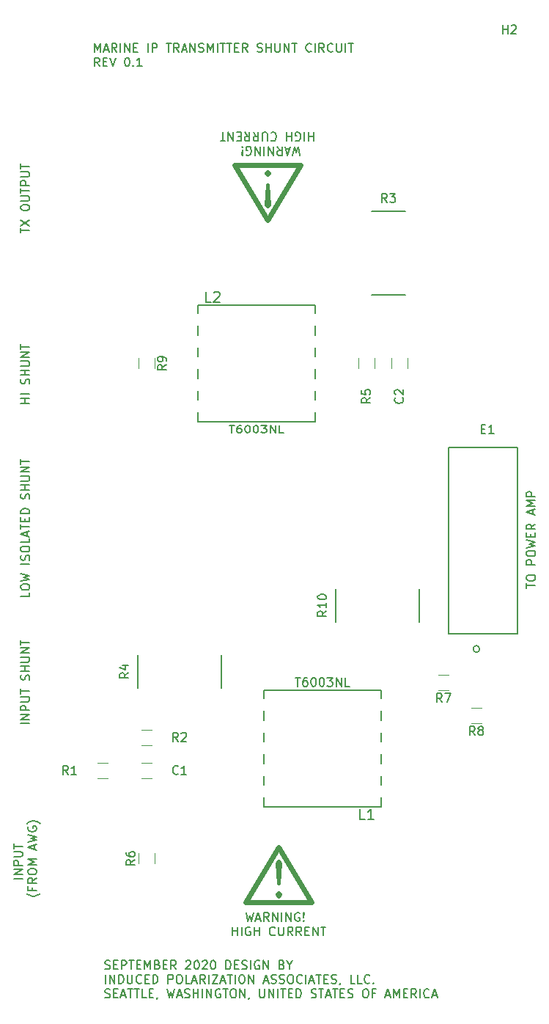
<source format=gbr>
%TF.GenerationSoftware,KiCad,Pcbnew,(5.1.6)-1*%
%TF.CreationDate,2020-09-22T13:28:35-07:00*%
%TF.ProjectId,awg-tx-shunt,6177672d-7478-42d7-9368-756e742e6b69,rev?*%
%TF.SameCoordinates,Original*%
%TF.FileFunction,Legend,Top*%
%TF.FilePolarity,Positive*%
%FSLAX46Y46*%
G04 Gerber Fmt 4.6, Leading zero omitted, Abs format (unit mm)*
G04 Created by KiCad (PCBNEW (5.1.6)-1) date 2020-09-22 13:28:35*
%MOMM*%
%LPD*%
G01*
G04 APERTURE LIST*
%ADD10C,0.600000*%
%ADD11C,0.400000*%
%ADD12C,0.150000*%
%ADD13C,0.152400*%
%ADD14C,0.120000*%
%ADD15C,0.127000*%
%ADD16C,0.900000*%
%ADD17C,6.500000*%
%ADD18R,7.720000X3.046400*%
%ADD19R,1.776400X3.046400*%
%ADD20R,3.046400X7.720000*%
%ADD21R,3.046400X1.776400*%
%ADD22C,1.801800*%
%ADD23C,3.115000*%
%ADD24C,1.498000*%
%ADD25R,1.498000X1.498000*%
%ADD26R,2.640000X1.400000*%
G04 APERTURE END LIST*
D10*
X143510000Y-146050000D02*
X151130000Y-146050000D01*
X147320000Y-139700000D02*
X143510000Y-146050000D01*
X151130000Y-146050000D02*
X147320000Y-139700000D01*
D11*
X147320000Y-144938571D02*
X147510476Y-145129047D01*
X147320000Y-145319523D01*
X147129523Y-145129047D01*
X147320000Y-144938571D01*
X147320000Y-145319523D01*
X147320000Y-143795714D02*
X147129523Y-141510000D01*
X147320000Y-141319523D01*
X147510476Y-141510000D01*
X147320000Y-143795714D01*
X147320000Y-141319523D01*
D12*
X143558095Y-147217380D02*
X143796190Y-148217380D01*
X143986666Y-147503095D01*
X144177142Y-148217380D01*
X144415238Y-147217380D01*
X144748571Y-147931666D02*
X145224761Y-147931666D01*
X144653333Y-148217380D02*
X144986666Y-147217380D01*
X145320000Y-148217380D01*
X146224761Y-148217380D02*
X145891428Y-147741190D01*
X145653333Y-148217380D02*
X145653333Y-147217380D01*
X146034285Y-147217380D01*
X146129523Y-147265000D01*
X146177142Y-147312619D01*
X146224761Y-147407857D01*
X146224761Y-147550714D01*
X146177142Y-147645952D01*
X146129523Y-147693571D01*
X146034285Y-147741190D01*
X145653333Y-147741190D01*
X146653333Y-148217380D02*
X146653333Y-147217380D01*
X147224761Y-148217380D01*
X147224761Y-147217380D01*
X147700952Y-148217380D02*
X147700952Y-147217380D01*
X148177142Y-148217380D02*
X148177142Y-147217380D01*
X148748571Y-148217380D01*
X148748571Y-147217380D01*
X149748571Y-147265000D02*
X149653333Y-147217380D01*
X149510476Y-147217380D01*
X149367619Y-147265000D01*
X149272380Y-147360238D01*
X149224761Y-147455476D01*
X149177142Y-147645952D01*
X149177142Y-147788809D01*
X149224761Y-147979285D01*
X149272380Y-148074523D01*
X149367619Y-148169761D01*
X149510476Y-148217380D01*
X149605714Y-148217380D01*
X149748571Y-148169761D01*
X149796190Y-148122142D01*
X149796190Y-147788809D01*
X149605714Y-147788809D01*
X150224761Y-148122142D02*
X150272380Y-148169761D01*
X150224761Y-148217380D01*
X150177142Y-148169761D01*
X150224761Y-148122142D01*
X150224761Y-148217380D01*
X150224761Y-147836428D02*
X150177142Y-147265000D01*
X150224761Y-147217380D01*
X150272380Y-147265000D01*
X150224761Y-147836428D01*
X150224761Y-147217380D01*
X142010476Y-149867380D02*
X142010476Y-148867380D01*
X142010476Y-149343571D02*
X142581904Y-149343571D01*
X142581904Y-149867380D02*
X142581904Y-148867380D01*
X143058095Y-149867380D02*
X143058095Y-148867380D01*
X144058095Y-148915000D02*
X143962857Y-148867380D01*
X143820000Y-148867380D01*
X143677142Y-148915000D01*
X143581904Y-149010238D01*
X143534285Y-149105476D01*
X143486666Y-149295952D01*
X143486666Y-149438809D01*
X143534285Y-149629285D01*
X143581904Y-149724523D01*
X143677142Y-149819761D01*
X143820000Y-149867380D01*
X143915238Y-149867380D01*
X144058095Y-149819761D01*
X144105714Y-149772142D01*
X144105714Y-149438809D01*
X143915238Y-149438809D01*
X144534285Y-149867380D02*
X144534285Y-148867380D01*
X144534285Y-149343571D02*
X145105714Y-149343571D01*
X145105714Y-149867380D02*
X145105714Y-148867380D01*
X146915238Y-149772142D02*
X146867619Y-149819761D01*
X146724761Y-149867380D01*
X146629523Y-149867380D01*
X146486666Y-149819761D01*
X146391428Y-149724523D01*
X146343809Y-149629285D01*
X146296190Y-149438809D01*
X146296190Y-149295952D01*
X146343809Y-149105476D01*
X146391428Y-149010238D01*
X146486666Y-148915000D01*
X146629523Y-148867380D01*
X146724761Y-148867380D01*
X146867619Y-148915000D01*
X146915238Y-148962619D01*
X147343809Y-148867380D02*
X147343809Y-149676904D01*
X147391428Y-149772142D01*
X147439047Y-149819761D01*
X147534285Y-149867380D01*
X147724761Y-149867380D01*
X147820000Y-149819761D01*
X147867619Y-149772142D01*
X147915238Y-149676904D01*
X147915238Y-148867380D01*
X148962857Y-149867380D02*
X148629523Y-149391190D01*
X148391428Y-149867380D02*
X148391428Y-148867380D01*
X148772380Y-148867380D01*
X148867619Y-148915000D01*
X148915238Y-148962619D01*
X148962857Y-149057857D01*
X148962857Y-149200714D01*
X148915238Y-149295952D01*
X148867619Y-149343571D01*
X148772380Y-149391190D01*
X148391428Y-149391190D01*
X149962857Y-149867380D02*
X149629523Y-149391190D01*
X149391428Y-149867380D02*
X149391428Y-148867380D01*
X149772380Y-148867380D01*
X149867619Y-148915000D01*
X149915238Y-148962619D01*
X149962857Y-149057857D01*
X149962857Y-149200714D01*
X149915238Y-149295952D01*
X149867619Y-149343571D01*
X149772380Y-149391190D01*
X149391428Y-149391190D01*
X150391428Y-149343571D02*
X150724761Y-149343571D01*
X150867619Y-149867380D02*
X150391428Y-149867380D01*
X150391428Y-148867380D01*
X150867619Y-148867380D01*
X151296190Y-149867380D02*
X151296190Y-148867380D01*
X151867619Y-149867380D01*
X151867619Y-148867380D01*
X152200952Y-148867380D02*
X152772380Y-148867380D01*
X152486666Y-149867380D02*
X152486666Y-148867380D01*
X117737380Y-143279523D02*
X116737380Y-143279523D01*
X117737380Y-142803333D02*
X116737380Y-142803333D01*
X117737380Y-142231904D01*
X116737380Y-142231904D01*
X117737380Y-141755714D02*
X116737380Y-141755714D01*
X116737380Y-141374761D01*
X116785000Y-141279523D01*
X116832619Y-141231904D01*
X116927857Y-141184285D01*
X117070714Y-141184285D01*
X117165952Y-141231904D01*
X117213571Y-141279523D01*
X117261190Y-141374761D01*
X117261190Y-141755714D01*
X116737380Y-140755714D02*
X117546904Y-140755714D01*
X117642142Y-140708095D01*
X117689761Y-140660476D01*
X117737380Y-140565238D01*
X117737380Y-140374761D01*
X117689761Y-140279523D01*
X117642142Y-140231904D01*
X117546904Y-140184285D01*
X116737380Y-140184285D01*
X116737380Y-139850952D02*
X116737380Y-139279523D01*
X117737380Y-139565238D02*
X116737380Y-139565238D01*
X119768333Y-145017619D02*
X119720714Y-145065238D01*
X119577857Y-145160476D01*
X119482619Y-145208095D01*
X119339761Y-145255714D01*
X119101666Y-145303333D01*
X118911190Y-145303333D01*
X118673095Y-145255714D01*
X118530238Y-145208095D01*
X118435000Y-145160476D01*
X118292142Y-145065238D01*
X118244523Y-145017619D01*
X118863571Y-144303333D02*
X118863571Y-144636666D01*
X119387380Y-144636666D02*
X118387380Y-144636666D01*
X118387380Y-144160476D01*
X119387380Y-143208095D02*
X118911190Y-143541428D01*
X119387380Y-143779523D02*
X118387380Y-143779523D01*
X118387380Y-143398571D01*
X118435000Y-143303333D01*
X118482619Y-143255714D01*
X118577857Y-143208095D01*
X118720714Y-143208095D01*
X118815952Y-143255714D01*
X118863571Y-143303333D01*
X118911190Y-143398571D01*
X118911190Y-143779523D01*
X118387380Y-142589047D02*
X118387380Y-142398571D01*
X118435000Y-142303333D01*
X118530238Y-142208095D01*
X118720714Y-142160476D01*
X119054047Y-142160476D01*
X119244523Y-142208095D01*
X119339761Y-142303333D01*
X119387380Y-142398571D01*
X119387380Y-142589047D01*
X119339761Y-142684285D01*
X119244523Y-142779523D01*
X119054047Y-142827142D01*
X118720714Y-142827142D01*
X118530238Y-142779523D01*
X118435000Y-142684285D01*
X118387380Y-142589047D01*
X119387380Y-141731904D02*
X118387380Y-141731904D01*
X119101666Y-141398571D01*
X118387380Y-141065238D01*
X119387380Y-141065238D01*
X119101666Y-139874761D02*
X119101666Y-139398571D01*
X119387380Y-139970000D02*
X118387380Y-139636666D01*
X119387380Y-139303333D01*
X118387380Y-139065238D02*
X119387380Y-138827142D01*
X118673095Y-138636666D01*
X119387380Y-138446190D01*
X118387380Y-138208095D01*
X118435000Y-137303333D02*
X118387380Y-137398571D01*
X118387380Y-137541428D01*
X118435000Y-137684285D01*
X118530238Y-137779523D01*
X118625476Y-137827142D01*
X118815952Y-137874761D01*
X118958809Y-137874761D01*
X119149285Y-137827142D01*
X119244523Y-137779523D01*
X119339761Y-137684285D01*
X119387380Y-137541428D01*
X119387380Y-137446190D01*
X119339761Y-137303333D01*
X119292142Y-137255714D01*
X118958809Y-137255714D01*
X118958809Y-137446190D01*
X119768333Y-136922380D02*
X119720714Y-136874761D01*
X119577857Y-136779523D01*
X119482619Y-136731904D01*
X119339761Y-136684285D01*
X119101666Y-136636666D01*
X118911190Y-136636666D01*
X118673095Y-136684285D01*
X118530238Y-136731904D01*
X118435000Y-136779523D01*
X118292142Y-136874761D01*
X118244523Y-136922380D01*
X118562380Y-125388095D02*
X117562380Y-125388095D01*
X118562380Y-124911904D02*
X117562380Y-124911904D01*
X118562380Y-124340476D01*
X117562380Y-124340476D01*
X118562380Y-123864285D02*
X117562380Y-123864285D01*
X117562380Y-123483333D01*
X117610000Y-123388095D01*
X117657619Y-123340476D01*
X117752857Y-123292857D01*
X117895714Y-123292857D01*
X117990952Y-123340476D01*
X118038571Y-123388095D01*
X118086190Y-123483333D01*
X118086190Y-123864285D01*
X117562380Y-122864285D02*
X118371904Y-122864285D01*
X118467142Y-122816666D01*
X118514761Y-122769047D01*
X118562380Y-122673809D01*
X118562380Y-122483333D01*
X118514761Y-122388095D01*
X118467142Y-122340476D01*
X118371904Y-122292857D01*
X117562380Y-122292857D01*
X117562380Y-121959523D02*
X117562380Y-121388095D01*
X118562380Y-121673809D02*
X117562380Y-121673809D01*
X118514761Y-120340476D02*
X118562380Y-120197619D01*
X118562380Y-119959523D01*
X118514761Y-119864285D01*
X118467142Y-119816666D01*
X118371904Y-119769047D01*
X118276666Y-119769047D01*
X118181428Y-119816666D01*
X118133809Y-119864285D01*
X118086190Y-119959523D01*
X118038571Y-120150000D01*
X117990952Y-120245238D01*
X117943333Y-120292857D01*
X117848095Y-120340476D01*
X117752857Y-120340476D01*
X117657619Y-120292857D01*
X117610000Y-120245238D01*
X117562380Y-120150000D01*
X117562380Y-119911904D01*
X117610000Y-119769047D01*
X118562380Y-119340476D02*
X117562380Y-119340476D01*
X118038571Y-119340476D02*
X118038571Y-118769047D01*
X118562380Y-118769047D02*
X117562380Y-118769047D01*
X117562380Y-118292857D02*
X118371904Y-118292857D01*
X118467142Y-118245238D01*
X118514761Y-118197619D01*
X118562380Y-118102380D01*
X118562380Y-117911904D01*
X118514761Y-117816666D01*
X118467142Y-117769047D01*
X118371904Y-117721428D01*
X117562380Y-117721428D01*
X118562380Y-117245238D02*
X117562380Y-117245238D01*
X118562380Y-116673809D01*
X117562380Y-116673809D01*
X117562380Y-116340476D02*
X117562380Y-115769047D01*
X118562380Y-116054761D02*
X117562380Y-116054761D01*
X118562380Y-110250952D02*
X118562380Y-110727142D01*
X117562380Y-110727142D01*
X117562380Y-109727142D02*
X117562380Y-109536666D01*
X117610000Y-109441428D01*
X117705238Y-109346190D01*
X117895714Y-109298571D01*
X118229047Y-109298571D01*
X118419523Y-109346190D01*
X118514761Y-109441428D01*
X118562380Y-109536666D01*
X118562380Y-109727142D01*
X118514761Y-109822380D01*
X118419523Y-109917619D01*
X118229047Y-109965238D01*
X117895714Y-109965238D01*
X117705238Y-109917619D01*
X117610000Y-109822380D01*
X117562380Y-109727142D01*
X117562380Y-108965238D02*
X118562380Y-108727142D01*
X117848095Y-108536666D01*
X118562380Y-108346190D01*
X117562380Y-108108095D01*
X118562380Y-106965238D02*
X117562380Y-106965238D01*
X118514761Y-106536666D02*
X118562380Y-106393809D01*
X118562380Y-106155714D01*
X118514761Y-106060476D01*
X118467142Y-106012857D01*
X118371904Y-105965238D01*
X118276666Y-105965238D01*
X118181428Y-106012857D01*
X118133809Y-106060476D01*
X118086190Y-106155714D01*
X118038571Y-106346190D01*
X117990952Y-106441428D01*
X117943333Y-106489047D01*
X117848095Y-106536666D01*
X117752857Y-106536666D01*
X117657619Y-106489047D01*
X117610000Y-106441428D01*
X117562380Y-106346190D01*
X117562380Y-106108095D01*
X117610000Y-105965238D01*
X117562380Y-105346190D02*
X117562380Y-105155714D01*
X117610000Y-105060476D01*
X117705238Y-104965238D01*
X117895714Y-104917619D01*
X118229047Y-104917619D01*
X118419523Y-104965238D01*
X118514761Y-105060476D01*
X118562380Y-105155714D01*
X118562380Y-105346190D01*
X118514761Y-105441428D01*
X118419523Y-105536666D01*
X118229047Y-105584285D01*
X117895714Y-105584285D01*
X117705238Y-105536666D01*
X117610000Y-105441428D01*
X117562380Y-105346190D01*
X118562380Y-104012857D02*
X118562380Y-104489047D01*
X117562380Y-104489047D01*
X118276666Y-103727142D02*
X118276666Y-103250952D01*
X118562380Y-103822380D02*
X117562380Y-103489047D01*
X118562380Y-103155714D01*
X117562380Y-102965238D02*
X117562380Y-102393809D01*
X118562380Y-102679523D02*
X117562380Y-102679523D01*
X118038571Y-102060476D02*
X118038571Y-101727142D01*
X118562380Y-101584285D02*
X118562380Y-102060476D01*
X117562380Y-102060476D01*
X117562380Y-101584285D01*
X118562380Y-101155714D02*
X117562380Y-101155714D01*
X117562380Y-100917619D01*
X117610000Y-100774761D01*
X117705238Y-100679523D01*
X117800476Y-100631904D01*
X117990952Y-100584285D01*
X118133809Y-100584285D01*
X118324285Y-100631904D01*
X118419523Y-100679523D01*
X118514761Y-100774761D01*
X118562380Y-100917619D01*
X118562380Y-101155714D01*
X118514761Y-99441428D02*
X118562380Y-99298571D01*
X118562380Y-99060476D01*
X118514761Y-98965238D01*
X118467142Y-98917619D01*
X118371904Y-98870000D01*
X118276666Y-98870000D01*
X118181428Y-98917619D01*
X118133809Y-98965238D01*
X118086190Y-99060476D01*
X118038571Y-99250952D01*
X117990952Y-99346190D01*
X117943333Y-99393809D01*
X117848095Y-99441428D01*
X117752857Y-99441428D01*
X117657619Y-99393809D01*
X117610000Y-99346190D01*
X117562380Y-99250952D01*
X117562380Y-99012857D01*
X117610000Y-98870000D01*
X118562380Y-98441428D02*
X117562380Y-98441428D01*
X118038571Y-98441428D02*
X118038571Y-97870000D01*
X118562380Y-97870000D02*
X117562380Y-97870000D01*
X117562380Y-97393809D02*
X118371904Y-97393809D01*
X118467142Y-97346190D01*
X118514761Y-97298571D01*
X118562380Y-97203333D01*
X118562380Y-97012857D01*
X118514761Y-96917619D01*
X118467142Y-96870000D01*
X118371904Y-96822380D01*
X117562380Y-96822380D01*
X118562380Y-96346190D02*
X117562380Y-96346190D01*
X118562380Y-95774761D01*
X117562380Y-95774761D01*
X117562380Y-95441428D02*
X117562380Y-94870000D01*
X118562380Y-95155714D02*
X117562380Y-95155714D01*
X118562380Y-88423333D02*
X117562380Y-88423333D01*
X118038571Y-88423333D02*
X118038571Y-87851904D01*
X118562380Y-87851904D02*
X117562380Y-87851904D01*
X118562380Y-87375714D02*
X117562380Y-87375714D01*
X118514761Y-86185238D02*
X118562380Y-86042380D01*
X118562380Y-85804285D01*
X118514761Y-85709047D01*
X118467142Y-85661428D01*
X118371904Y-85613809D01*
X118276666Y-85613809D01*
X118181428Y-85661428D01*
X118133809Y-85709047D01*
X118086190Y-85804285D01*
X118038571Y-85994761D01*
X117990952Y-86090000D01*
X117943333Y-86137619D01*
X117848095Y-86185238D01*
X117752857Y-86185238D01*
X117657619Y-86137619D01*
X117610000Y-86090000D01*
X117562380Y-85994761D01*
X117562380Y-85756666D01*
X117610000Y-85613809D01*
X118562380Y-85185238D02*
X117562380Y-85185238D01*
X118038571Y-85185238D02*
X118038571Y-84613809D01*
X118562380Y-84613809D02*
X117562380Y-84613809D01*
X117562380Y-84137619D02*
X118371904Y-84137619D01*
X118467142Y-84090000D01*
X118514761Y-84042380D01*
X118562380Y-83947142D01*
X118562380Y-83756666D01*
X118514761Y-83661428D01*
X118467142Y-83613809D01*
X118371904Y-83566190D01*
X117562380Y-83566190D01*
X118562380Y-83090000D02*
X117562380Y-83090000D01*
X118562380Y-82518571D01*
X117562380Y-82518571D01*
X117562380Y-82185238D02*
X117562380Y-81613809D01*
X118562380Y-81899523D02*
X117562380Y-81899523D01*
X117562380Y-68746190D02*
X117562380Y-68174761D01*
X118562380Y-68460476D02*
X117562380Y-68460476D01*
X117562380Y-67936666D02*
X118562380Y-67270000D01*
X117562380Y-67270000D02*
X118562380Y-67936666D01*
X117562380Y-65936666D02*
X117562380Y-65746190D01*
X117610000Y-65650952D01*
X117705238Y-65555714D01*
X117895714Y-65508095D01*
X118229047Y-65508095D01*
X118419523Y-65555714D01*
X118514761Y-65650952D01*
X118562380Y-65746190D01*
X118562380Y-65936666D01*
X118514761Y-66031904D01*
X118419523Y-66127142D01*
X118229047Y-66174761D01*
X117895714Y-66174761D01*
X117705238Y-66127142D01*
X117610000Y-66031904D01*
X117562380Y-65936666D01*
X117562380Y-65079523D02*
X118371904Y-65079523D01*
X118467142Y-65031904D01*
X118514761Y-64984285D01*
X118562380Y-64889047D01*
X118562380Y-64698571D01*
X118514761Y-64603333D01*
X118467142Y-64555714D01*
X118371904Y-64508095D01*
X117562380Y-64508095D01*
X117562380Y-64174761D02*
X117562380Y-63603333D01*
X118562380Y-63889047D02*
X117562380Y-63889047D01*
X118562380Y-63270000D02*
X117562380Y-63270000D01*
X117562380Y-62889047D01*
X117610000Y-62793809D01*
X117657619Y-62746190D01*
X117752857Y-62698571D01*
X117895714Y-62698571D01*
X117990952Y-62746190D01*
X118038571Y-62793809D01*
X118086190Y-62889047D01*
X118086190Y-63270000D01*
X117562380Y-62270000D02*
X118371904Y-62270000D01*
X118467142Y-62222380D01*
X118514761Y-62174761D01*
X118562380Y-62079523D01*
X118562380Y-61889047D01*
X118514761Y-61793809D01*
X118467142Y-61746190D01*
X118371904Y-61698571D01*
X117562380Y-61698571D01*
X117562380Y-61365238D02*
X117562380Y-60793809D01*
X118562380Y-61079523D02*
X117562380Y-61079523D01*
X149811904Y-59792619D02*
X149573809Y-58792619D01*
X149383333Y-59506904D01*
X149192857Y-58792619D01*
X148954761Y-59792619D01*
X148621428Y-59078333D02*
X148145238Y-59078333D01*
X148716666Y-58792619D02*
X148383333Y-59792619D01*
X148050000Y-58792619D01*
X147145238Y-58792619D02*
X147478571Y-59268809D01*
X147716666Y-58792619D02*
X147716666Y-59792619D01*
X147335714Y-59792619D01*
X147240476Y-59745000D01*
X147192857Y-59697380D01*
X147145238Y-59602142D01*
X147145238Y-59459285D01*
X147192857Y-59364047D01*
X147240476Y-59316428D01*
X147335714Y-59268809D01*
X147716666Y-59268809D01*
X146716666Y-58792619D02*
X146716666Y-59792619D01*
X146145238Y-58792619D01*
X146145238Y-59792619D01*
X145669047Y-58792619D02*
X145669047Y-59792619D01*
X145192857Y-58792619D02*
X145192857Y-59792619D01*
X144621428Y-58792619D01*
X144621428Y-59792619D01*
X143621428Y-59745000D02*
X143716666Y-59792619D01*
X143859523Y-59792619D01*
X144002380Y-59745000D01*
X144097619Y-59649761D01*
X144145238Y-59554523D01*
X144192857Y-59364047D01*
X144192857Y-59221190D01*
X144145238Y-59030714D01*
X144097619Y-58935476D01*
X144002380Y-58840238D01*
X143859523Y-58792619D01*
X143764285Y-58792619D01*
X143621428Y-58840238D01*
X143573809Y-58887857D01*
X143573809Y-59221190D01*
X143764285Y-59221190D01*
X143145238Y-58887857D02*
X143097619Y-58840238D01*
X143145238Y-58792619D01*
X143192857Y-58840238D01*
X143145238Y-58887857D01*
X143145238Y-58792619D01*
X143145238Y-59173571D02*
X143192857Y-59745000D01*
X143145238Y-59792619D01*
X143097619Y-59745000D01*
X143145238Y-59173571D01*
X143145238Y-59792619D01*
X151359523Y-57142619D02*
X151359523Y-58142619D01*
X151359523Y-57666428D02*
X150788095Y-57666428D01*
X150788095Y-57142619D02*
X150788095Y-58142619D01*
X150311904Y-57142619D02*
X150311904Y-58142619D01*
X149311904Y-58095000D02*
X149407142Y-58142619D01*
X149550000Y-58142619D01*
X149692857Y-58095000D01*
X149788095Y-57999761D01*
X149835714Y-57904523D01*
X149883333Y-57714047D01*
X149883333Y-57571190D01*
X149835714Y-57380714D01*
X149788095Y-57285476D01*
X149692857Y-57190238D01*
X149550000Y-57142619D01*
X149454761Y-57142619D01*
X149311904Y-57190238D01*
X149264285Y-57237857D01*
X149264285Y-57571190D01*
X149454761Y-57571190D01*
X148835714Y-57142619D02*
X148835714Y-58142619D01*
X148835714Y-57666428D02*
X148264285Y-57666428D01*
X148264285Y-57142619D02*
X148264285Y-58142619D01*
X146454761Y-57237857D02*
X146502380Y-57190238D01*
X146645238Y-57142619D01*
X146740476Y-57142619D01*
X146883333Y-57190238D01*
X146978571Y-57285476D01*
X147026190Y-57380714D01*
X147073809Y-57571190D01*
X147073809Y-57714047D01*
X147026190Y-57904523D01*
X146978571Y-57999761D01*
X146883333Y-58095000D01*
X146740476Y-58142619D01*
X146645238Y-58142619D01*
X146502380Y-58095000D01*
X146454761Y-58047380D01*
X146026190Y-58142619D02*
X146026190Y-57333095D01*
X145978571Y-57237857D01*
X145930952Y-57190238D01*
X145835714Y-57142619D01*
X145645238Y-57142619D01*
X145550000Y-57190238D01*
X145502380Y-57237857D01*
X145454761Y-57333095D01*
X145454761Y-58142619D01*
X144407142Y-57142619D02*
X144740476Y-57618809D01*
X144978571Y-57142619D02*
X144978571Y-58142619D01*
X144597619Y-58142619D01*
X144502380Y-58095000D01*
X144454761Y-58047380D01*
X144407142Y-57952142D01*
X144407142Y-57809285D01*
X144454761Y-57714047D01*
X144502380Y-57666428D01*
X144597619Y-57618809D01*
X144978571Y-57618809D01*
X143407142Y-57142619D02*
X143740476Y-57618809D01*
X143978571Y-57142619D02*
X143978571Y-58142619D01*
X143597619Y-58142619D01*
X143502380Y-58095000D01*
X143454761Y-58047380D01*
X143407142Y-57952142D01*
X143407142Y-57809285D01*
X143454761Y-57714047D01*
X143502380Y-57666428D01*
X143597619Y-57618809D01*
X143978571Y-57618809D01*
X142978571Y-57666428D02*
X142645238Y-57666428D01*
X142502380Y-57142619D02*
X142978571Y-57142619D01*
X142978571Y-58142619D01*
X142502380Y-58142619D01*
X142073809Y-57142619D02*
X142073809Y-58142619D01*
X141502380Y-57142619D01*
X141502380Y-58142619D01*
X141169047Y-58142619D02*
X140597619Y-58142619D01*
X140883333Y-57142619D02*
X140883333Y-58142619D01*
D11*
X146050000Y-62071428D02*
X145859523Y-61880952D01*
X146050000Y-61690476D01*
X146240476Y-61880952D01*
X146050000Y-62071428D01*
X146050000Y-61690476D01*
X146050000Y-63214285D02*
X146240476Y-65500000D01*
X146050000Y-65690476D01*
X145859523Y-65500000D01*
X146050000Y-63214285D01*
X146050000Y-65690476D01*
D10*
X142240000Y-60960000D02*
X146050000Y-67310000D01*
X149860000Y-60960000D02*
X142240000Y-60960000D01*
X146050000Y-67310000D02*
X149860000Y-60960000D01*
D12*
X126065595Y-47887380D02*
X126065595Y-46887380D01*
X126398928Y-47601666D01*
X126732261Y-46887380D01*
X126732261Y-47887380D01*
X127160833Y-47601666D02*
X127637023Y-47601666D01*
X127065595Y-47887380D02*
X127398928Y-46887380D01*
X127732261Y-47887380D01*
X128637023Y-47887380D02*
X128303690Y-47411190D01*
X128065595Y-47887380D02*
X128065595Y-46887380D01*
X128446547Y-46887380D01*
X128541785Y-46935000D01*
X128589404Y-46982619D01*
X128637023Y-47077857D01*
X128637023Y-47220714D01*
X128589404Y-47315952D01*
X128541785Y-47363571D01*
X128446547Y-47411190D01*
X128065595Y-47411190D01*
X129065595Y-47887380D02*
X129065595Y-46887380D01*
X129541785Y-47887380D02*
X129541785Y-46887380D01*
X130113214Y-47887380D01*
X130113214Y-46887380D01*
X130589404Y-47363571D02*
X130922738Y-47363571D01*
X131065595Y-47887380D02*
X130589404Y-47887380D01*
X130589404Y-46887380D01*
X131065595Y-46887380D01*
X132256071Y-47887380D02*
X132256071Y-46887380D01*
X132732261Y-47887380D02*
X132732261Y-46887380D01*
X133113214Y-46887380D01*
X133208452Y-46935000D01*
X133256071Y-46982619D01*
X133303690Y-47077857D01*
X133303690Y-47220714D01*
X133256071Y-47315952D01*
X133208452Y-47363571D01*
X133113214Y-47411190D01*
X132732261Y-47411190D01*
X134351309Y-46887380D02*
X134922738Y-46887380D01*
X134637023Y-47887380D02*
X134637023Y-46887380D01*
X135827500Y-47887380D02*
X135494166Y-47411190D01*
X135256071Y-47887380D02*
X135256071Y-46887380D01*
X135637023Y-46887380D01*
X135732261Y-46935000D01*
X135779880Y-46982619D01*
X135827500Y-47077857D01*
X135827500Y-47220714D01*
X135779880Y-47315952D01*
X135732261Y-47363571D01*
X135637023Y-47411190D01*
X135256071Y-47411190D01*
X136208452Y-47601666D02*
X136684642Y-47601666D01*
X136113214Y-47887380D02*
X136446547Y-46887380D01*
X136779880Y-47887380D01*
X137113214Y-47887380D02*
X137113214Y-46887380D01*
X137684642Y-47887380D01*
X137684642Y-46887380D01*
X138113214Y-47839761D02*
X138256071Y-47887380D01*
X138494166Y-47887380D01*
X138589404Y-47839761D01*
X138637023Y-47792142D01*
X138684642Y-47696904D01*
X138684642Y-47601666D01*
X138637023Y-47506428D01*
X138589404Y-47458809D01*
X138494166Y-47411190D01*
X138303690Y-47363571D01*
X138208452Y-47315952D01*
X138160833Y-47268333D01*
X138113214Y-47173095D01*
X138113214Y-47077857D01*
X138160833Y-46982619D01*
X138208452Y-46935000D01*
X138303690Y-46887380D01*
X138541785Y-46887380D01*
X138684642Y-46935000D01*
X139113214Y-47887380D02*
X139113214Y-46887380D01*
X139446547Y-47601666D01*
X139779880Y-46887380D01*
X139779880Y-47887380D01*
X140256071Y-47887380D02*
X140256071Y-46887380D01*
X140589404Y-46887380D02*
X141160833Y-46887380D01*
X140875119Y-47887380D02*
X140875119Y-46887380D01*
X141351309Y-46887380D02*
X141922738Y-46887380D01*
X141637023Y-47887380D02*
X141637023Y-46887380D01*
X142256071Y-47363571D02*
X142589404Y-47363571D01*
X142732261Y-47887380D02*
X142256071Y-47887380D01*
X142256071Y-46887380D01*
X142732261Y-46887380D01*
X143732261Y-47887380D02*
X143398928Y-47411190D01*
X143160833Y-47887380D02*
X143160833Y-46887380D01*
X143541785Y-46887380D01*
X143637023Y-46935000D01*
X143684642Y-46982619D01*
X143732261Y-47077857D01*
X143732261Y-47220714D01*
X143684642Y-47315952D01*
X143637023Y-47363571D01*
X143541785Y-47411190D01*
X143160833Y-47411190D01*
X144875119Y-47839761D02*
X145017976Y-47887380D01*
X145256071Y-47887380D01*
X145351309Y-47839761D01*
X145398928Y-47792142D01*
X145446547Y-47696904D01*
X145446547Y-47601666D01*
X145398928Y-47506428D01*
X145351309Y-47458809D01*
X145256071Y-47411190D01*
X145065595Y-47363571D01*
X144970357Y-47315952D01*
X144922738Y-47268333D01*
X144875119Y-47173095D01*
X144875119Y-47077857D01*
X144922738Y-46982619D01*
X144970357Y-46935000D01*
X145065595Y-46887380D01*
X145303690Y-46887380D01*
X145446547Y-46935000D01*
X145875119Y-47887380D02*
X145875119Y-46887380D01*
X145875119Y-47363571D02*
X146446547Y-47363571D01*
X146446547Y-47887380D02*
X146446547Y-46887380D01*
X146922738Y-46887380D02*
X146922738Y-47696904D01*
X146970357Y-47792142D01*
X147017976Y-47839761D01*
X147113214Y-47887380D01*
X147303690Y-47887380D01*
X147398928Y-47839761D01*
X147446547Y-47792142D01*
X147494166Y-47696904D01*
X147494166Y-46887380D01*
X147970357Y-47887380D02*
X147970357Y-46887380D01*
X148541785Y-47887380D01*
X148541785Y-46887380D01*
X148875119Y-46887380D02*
X149446547Y-46887380D01*
X149160833Y-47887380D02*
X149160833Y-46887380D01*
X151113214Y-47792142D02*
X151065595Y-47839761D01*
X150922738Y-47887380D01*
X150827500Y-47887380D01*
X150684642Y-47839761D01*
X150589404Y-47744523D01*
X150541785Y-47649285D01*
X150494166Y-47458809D01*
X150494166Y-47315952D01*
X150541785Y-47125476D01*
X150589404Y-47030238D01*
X150684642Y-46935000D01*
X150827500Y-46887380D01*
X150922738Y-46887380D01*
X151065595Y-46935000D01*
X151113214Y-46982619D01*
X151541785Y-47887380D02*
X151541785Y-46887380D01*
X152589404Y-47887380D02*
X152256071Y-47411190D01*
X152017976Y-47887380D02*
X152017976Y-46887380D01*
X152398928Y-46887380D01*
X152494166Y-46935000D01*
X152541785Y-46982619D01*
X152589404Y-47077857D01*
X152589404Y-47220714D01*
X152541785Y-47315952D01*
X152494166Y-47363571D01*
X152398928Y-47411190D01*
X152017976Y-47411190D01*
X153589404Y-47792142D02*
X153541785Y-47839761D01*
X153398928Y-47887380D01*
X153303690Y-47887380D01*
X153160833Y-47839761D01*
X153065595Y-47744523D01*
X153017976Y-47649285D01*
X152970357Y-47458809D01*
X152970357Y-47315952D01*
X153017976Y-47125476D01*
X153065595Y-47030238D01*
X153160833Y-46935000D01*
X153303690Y-46887380D01*
X153398928Y-46887380D01*
X153541785Y-46935000D01*
X153589404Y-46982619D01*
X154017976Y-46887380D02*
X154017976Y-47696904D01*
X154065595Y-47792142D01*
X154113214Y-47839761D01*
X154208452Y-47887380D01*
X154398928Y-47887380D01*
X154494166Y-47839761D01*
X154541785Y-47792142D01*
X154589404Y-47696904D01*
X154589404Y-46887380D01*
X155065595Y-47887380D02*
X155065595Y-46887380D01*
X155398928Y-46887380D02*
X155970357Y-46887380D01*
X155684642Y-47887380D02*
X155684642Y-46887380D01*
X126637023Y-49537380D02*
X126303690Y-49061190D01*
X126065595Y-49537380D02*
X126065595Y-48537380D01*
X126446547Y-48537380D01*
X126541785Y-48585000D01*
X126589404Y-48632619D01*
X126637023Y-48727857D01*
X126637023Y-48870714D01*
X126589404Y-48965952D01*
X126541785Y-49013571D01*
X126446547Y-49061190D01*
X126065595Y-49061190D01*
X127065595Y-49013571D02*
X127398928Y-49013571D01*
X127541785Y-49537380D02*
X127065595Y-49537380D01*
X127065595Y-48537380D01*
X127541785Y-48537380D01*
X127827500Y-48537380D02*
X128160833Y-49537380D01*
X128494166Y-48537380D01*
X129779880Y-48537380D02*
X129875119Y-48537380D01*
X129970357Y-48585000D01*
X130017976Y-48632619D01*
X130065595Y-48727857D01*
X130113214Y-48918333D01*
X130113214Y-49156428D01*
X130065595Y-49346904D01*
X130017976Y-49442142D01*
X129970357Y-49489761D01*
X129875119Y-49537380D01*
X129779880Y-49537380D01*
X129684642Y-49489761D01*
X129637023Y-49442142D01*
X129589404Y-49346904D01*
X129541785Y-49156428D01*
X129541785Y-48918333D01*
X129589404Y-48727857D01*
X129637023Y-48632619D01*
X129684642Y-48585000D01*
X129779880Y-48537380D01*
X130541785Y-49442142D02*
X130589404Y-49489761D01*
X130541785Y-49537380D01*
X130494166Y-49489761D01*
X130541785Y-49442142D01*
X130541785Y-49537380D01*
X131541785Y-49537380D02*
X130970357Y-49537380D01*
X131256071Y-49537380D02*
X131256071Y-48537380D01*
X131160833Y-48680238D01*
X131065595Y-48775476D01*
X130970357Y-48823095D01*
X127287976Y-153694761D02*
X127430833Y-153742380D01*
X127668928Y-153742380D01*
X127764166Y-153694761D01*
X127811785Y-153647142D01*
X127859404Y-153551904D01*
X127859404Y-153456666D01*
X127811785Y-153361428D01*
X127764166Y-153313809D01*
X127668928Y-153266190D01*
X127478452Y-153218571D01*
X127383214Y-153170952D01*
X127335595Y-153123333D01*
X127287976Y-153028095D01*
X127287976Y-152932857D01*
X127335595Y-152837619D01*
X127383214Y-152790000D01*
X127478452Y-152742380D01*
X127716547Y-152742380D01*
X127859404Y-152790000D01*
X128287976Y-153218571D02*
X128621309Y-153218571D01*
X128764166Y-153742380D02*
X128287976Y-153742380D01*
X128287976Y-152742380D01*
X128764166Y-152742380D01*
X129192738Y-153742380D02*
X129192738Y-152742380D01*
X129573690Y-152742380D01*
X129668928Y-152790000D01*
X129716547Y-152837619D01*
X129764166Y-152932857D01*
X129764166Y-153075714D01*
X129716547Y-153170952D01*
X129668928Y-153218571D01*
X129573690Y-153266190D01*
X129192738Y-153266190D01*
X130049880Y-152742380D02*
X130621309Y-152742380D01*
X130335595Y-153742380D02*
X130335595Y-152742380D01*
X130954642Y-153218571D02*
X131287976Y-153218571D01*
X131430833Y-153742380D02*
X130954642Y-153742380D01*
X130954642Y-152742380D01*
X131430833Y-152742380D01*
X131859404Y-153742380D02*
X131859404Y-152742380D01*
X132192738Y-153456666D01*
X132526071Y-152742380D01*
X132526071Y-153742380D01*
X133335595Y-153218571D02*
X133478452Y-153266190D01*
X133526071Y-153313809D01*
X133573690Y-153409047D01*
X133573690Y-153551904D01*
X133526071Y-153647142D01*
X133478452Y-153694761D01*
X133383214Y-153742380D01*
X133002261Y-153742380D01*
X133002261Y-152742380D01*
X133335595Y-152742380D01*
X133430833Y-152790000D01*
X133478452Y-152837619D01*
X133526071Y-152932857D01*
X133526071Y-153028095D01*
X133478452Y-153123333D01*
X133430833Y-153170952D01*
X133335595Y-153218571D01*
X133002261Y-153218571D01*
X134002261Y-153218571D02*
X134335595Y-153218571D01*
X134478452Y-153742380D02*
X134002261Y-153742380D01*
X134002261Y-152742380D01*
X134478452Y-152742380D01*
X135478452Y-153742380D02*
X135145119Y-153266190D01*
X134907023Y-153742380D02*
X134907023Y-152742380D01*
X135287976Y-152742380D01*
X135383214Y-152790000D01*
X135430833Y-152837619D01*
X135478452Y-152932857D01*
X135478452Y-153075714D01*
X135430833Y-153170952D01*
X135383214Y-153218571D01*
X135287976Y-153266190D01*
X134907023Y-153266190D01*
X136621309Y-152837619D02*
X136668928Y-152790000D01*
X136764166Y-152742380D01*
X137002261Y-152742380D01*
X137097500Y-152790000D01*
X137145119Y-152837619D01*
X137192738Y-152932857D01*
X137192738Y-153028095D01*
X137145119Y-153170952D01*
X136573690Y-153742380D01*
X137192738Y-153742380D01*
X137811785Y-152742380D02*
X137907023Y-152742380D01*
X138002261Y-152790000D01*
X138049880Y-152837619D01*
X138097500Y-152932857D01*
X138145119Y-153123333D01*
X138145119Y-153361428D01*
X138097500Y-153551904D01*
X138049880Y-153647142D01*
X138002261Y-153694761D01*
X137907023Y-153742380D01*
X137811785Y-153742380D01*
X137716547Y-153694761D01*
X137668928Y-153647142D01*
X137621309Y-153551904D01*
X137573690Y-153361428D01*
X137573690Y-153123333D01*
X137621309Y-152932857D01*
X137668928Y-152837619D01*
X137716547Y-152790000D01*
X137811785Y-152742380D01*
X138526071Y-152837619D02*
X138573690Y-152790000D01*
X138668928Y-152742380D01*
X138907023Y-152742380D01*
X139002261Y-152790000D01*
X139049880Y-152837619D01*
X139097500Y-152932857D01*
X139097500Y-153028095D01*
X139049880Y-153170952D01*
X138478452Y-153742380D01*
X139097500Y-153742380D01*
X139716547Y-152742380D02*
X139811785Y-152742380D01*
X139907023Y-152790000D01*
X139954642Y-152837619D01*
X140002261Y-152932857D01*
X140049880Y-153123333D01*
X140049880Y-153361428D01*
X140002261Y-153551904D01*
X139954642Y-153647142D01*
X139907023Y-153694761D01*
X139811785Y-153742380D01*
X139716547Y-153742380D01*
X139621309Y-153694761D01*
X139573690Y-153647142D01*
X139526071Y-153551904D01*
X139478452Y-153361428D01*
X139478452Y-153123333D01*
X139526071Y-152932857D01*
X139573690Y-152837619D01*
X139621309Y-152790000D01*
X139716547Y-152742380D01*
X141240357Y-153742380D02*
X141240357Y-152742380D01*
X141478452Y-152742380D01*
X141621309Y-152790000D01*
X141716547Y-152885238D01*
X141764166Y-152980476D01*
X141811785Y-153170952D01*
X141811785Y-153313809D01*
X141764166Y-153504285D01*
X141716547Y-153599523D01*
X141621309Y-153694761D01*
X141478452Y-153742380D01*
X141240357Y-153742380D01*
X142240357Y-153218571D02*
X142573690Y-153218571D01*
X142716547Y-153742380D02*
X142240357Y-153742380D01*
X142240357Y-152742380D01*
X142716547Y-152742380D01*
X143097500Y-153694761D02*
X143240357Y-153742380D01*
X143478452Y-153742380D01*
X143573690Y-153694761D01*
X143621309Y-153647142D01*
X143668928Y-153551904D01*
X143668928Y-153456666D01*
X143621309Y-153361428D01*
X143573690Y-153313809D01*
X143478452Y-153266190D01*
X143287976Y-153218571D01*
X143192738Y-153170952D01*
X143145119Y-153123333D01*
X143097500Y-153028095D01*
X143097500Y-152932857D01*
X143145119Y-152837619D01*
X143192738Y-152790000D01*
X143287976Y-152742380D01*
X143526071Y-152742380D01*
X143668928Y-152790000D01*
X144097500Y-153742380D02*
X144097500Y-152742380D01*
X145097500Y-152790000D02*
X145002261Y-152742380D01*
X144859404Y-152742380D01*
X144716547Y-152790000D01*
X144621309Y-152885238D01*
X144573690Y-152980476D01*
X144526071Y-153170952D01*
X144526071Y-153313809D01*
X144573690Y-153504285D01*
X144621309Y-153599523D01*
X144716547Y-153694761D01*
X144859404Y-153742380D01*
X144954642Y-153742380D01*
X145097500Y-153694761D01*
X145145119Y-153647142D01*
X145145119Y-153313809D01*
X144954642Y-153313809D01*
X145573690Y-153742380D02*
X145573690Y-152742380D01*
X146145119Y-153742380D01*
X146145119Y-152742380D01*
X147716547Y-153218571D02*
X147859404Y-153266190D01*
X147907023Y-153313809D01*
X147954642Y-153409047D01*
X147954642Y-153551904D01*
X147907023Y-153647142D01*
X147859404Y-153694761D01*
X147764166Y-153742380D01*
X147383214Y-153742380D01*
X147383214Y-152742380D01*
X147716547Y-152742380D01*
X147811785Y-152790000D01*
X147859404Y-152837619D01*
X147907023Y-152932857D01*
X147907023Y-153028095D01*
X147859404Y-153123333D01*
X147811785Y-153170952D01*
X147716547Y-153218571D01*
X147383214Y-153218571D01*
X148573690Y-153266190D02*
X148573690Y-153742380D01*
X148240357Y-152742380D02*
X148573690Y-153266190D01*
X148907023Y-152742380D01*
X127335595Y-155392380D02*
X127335595Y-154392380D01*
X127811785Y-155392380D02*
X127811785Y-154392380D01*
X128383214Y-155392380D01*
X128383214Y-154392380D01*
X128859404Y-155392380D02*
X128859404Y-154392380D01*
X129097500Y-154392380D01*
X129240357Y-154440000D01*
X129335595Y-154535238D01*
X129383214Y-154630476D01*
X129430833Y-154820952D01*
X129430833Y-154963809D01*
X129383214Y-155154285D01*
X129335595Y-155249523D01*
X129240357Y-155344761D01*
X129097500Y-155392380D01*
X128859404Y-155392380D01*
X129859404Y-154392380D02*
X129859404Y-155201904D01*
X129907023Y-155297142D01*
X129954642Y-155344761D01*
X130049880Y-155392380D01*
X130240357Y-155392380D01*
X130335595Y-155344761D01*
X130383214Y-155297142D01*
X130430833Y-155201904D01*
X130430833Y-154392380D01*
X131478452Y-155297142D02*
X131430833Y-155344761D01*
X131287976Y-155392380D01*
X131192738Y-155392380D01*
X131049880Y-155344761D01*
X130954642Y-155249523D01*
X130907023Y-155154285D01*
X130859404Y-154963809D01*
X130859404Y-154820952D01*
X130907023Y-154630476D01*
X130954642Y-154535238D01*
X131049880Y-154440000D01*
X131192738Y-154392380D01*
X131287976Y-154392380D01*
X131430833Y-154440000D01*
X131478452Y-154487619D01*
X131907023Y-154868571D02*
X132240357Y-154868571D01*
X132383214Y-155392380D02*
X131907023Y-155392380D01*
X131907023Y-154392380D01*
X132383214Y-154392380D01*
X132811785Y-155392380D02*
X132811785Y-154392380D01*
X133049880Y-154392380D01*
X133192738Y-154440000D01*
X133287976Y-154535238D01*
X133335595Y-154630476D01*
X133383214Y-154820952D01*
X133383214Y-154963809D01*
X133335595Y-155154285D01*
X133287976Y-155249523D01*
X133192738Y-155344761D01*
X133049880Y-155392380D01*
X132811785Y-155392380D01*
X134573690Y-155392380D02*
X134573690Y-154392380D01*
X134954642Y-154392380D01*
X135049880Y-154440000D01*
X135097500Y-154487619D01*
X135145119Y-154582857D01*
X135145119Y-154725714D01*
X135097500Y-154820952D01*
X135049880Y-154868571D01*
X134954642Y-154916190D01*
X134573690Y-154916190D01*
X135764166Y-154392380D02*
X135954642Y-154392380D01*
X136049880Y-154440000D01*
X136145119Y-154535238D01*
X136192738Y-154725714D01*
X136192738Y-155059047D01*
X136145119Y-155249523D01*
X136049880Y-155344761D01*
X135954642Y-155392380D01*
X135764166Y-155392380D01*
X135668928Y-155344761D01*
X135573690Y-155249523D01*
X135526071Y-155059047D01*
X135526071Y-154725714D01*
X135573690Y-154535238D01*
X135668928Y-154440000D01*
X135764166Y-154392380D01*
X137097500Y-155392380D02*
X136621309Y-155392380D01*
X136621309Y-154392380D01*
X137383214Y-155106666D02*
X137859404Y-155106666D01*
X137287976Y-155392380D02*
X137621309Y-154392380D01*
X137954642Y-155392380D01*
X138859404Y-155392380D02*
X138526071Y-154916190D01*
X138287976Y-155392380D02*
X138287976Y-154392380D01*
X138668928Y-154392380D01*
X138764166Y-154440000D01*
X138811785Y-154487619D01*
X138859404Y-154582857D01*
X138859404Y-154725714D01*
X138811785Y-154820952D01*
X138764166Y-154868571D01*
X138668928Y-154916190D01*
X138287976Y-154916190D01*
X139287976Y-155392380D02*
X139287976Y-154392380D01*
X139668928Y-154392380D02*
X140335595Y-154392380D01*
X139668928Y-155392380D01*
X140335595Y-155392380D01*
X140668928Y-155106666D02*
X141145119Y-155106666D01*
X140573690Y-155392380D02*
X140907023Y-154392380D01*
X141240357Y-155392380D01*
X141430833Y-154392380D02*
X142002261Y-154392380D01*
X141716547Y-155392380D02*
X141716547Y-154392380D01*
X142335595Y-155392380D02*
X142335595Y-154392380D01*
X143002261Y-154392380D02*
X143192738Y-154392380D01*
X143287976Y-154440000D01*
X143383214Y-154535238D01*
X143430833Y-154725714D01*
X143430833Y-155059047D01*
X143383214Y-155249523D01*
X143287976Y-155344761D01*
X143192738Y-155392380D01*
X143002261Y-155392380D01*
X142907023Y-155344761D01*
X142811785Y-155249523D01*
X142764166Y-155059047D01*
X142764166Y-154725714D01*
X142811785Y-154535238D01*
X142907023Y-154440000D01*
X143002261Y-154392380D01*
X143859404Y-155392380D02*
X143859404Y-154392380D01*
X144430833Y-155392380D01*
X144430833Y-154392380D01*
X145621309Y-155106666D02*
X146097500Y-155106666D01*
X145526071Y-155392380D02*
X145859404Y-154392380D01*
X146192738Y-155392380D01*
X146478452Y-155344761D02*
X146621309Y-155392380D01*
X146859404Y-155392380D01*
X146954642Y-155344761D01*
X147002261Y-155297142D01*
X147049880Y-155201904D01*
X147049880Y-155106666D01*
X147002261Y-155011428D01*
X146954642Y-154963809D01*
X146859404Y-154916190D01*
X146668928Y-154868571D01*
X146573690Y-154820952D01*
X146526071Y-154773333D01*
X146478452Y-154678095D01*
X146478452Y-154582857D01*
X146526071Y-154487619D01*
X146573690Y-154440000D01*
X146668928Y-154392380D01*
X146907023Y-154392380D01*
X147049880Y-154440000D01*
X147430833Y-155344761D02*
X147573690Y-155392380D01*
X147811785Y-155392380D01*
X147907023Y-155344761D01*
X147954642Y-155297142D01*
X148002261Y-155201904D01*
X148002261Y-155106666D01*
X147954642Y-155011428D01*
X147907023Y-154963809D01*
X147811785Y-154916190D01*
X147621309Y-154868571D01*
X147526071Y-154820952D01*
X147478452Y-154773333D01*
X147430833Y-154678095D01*
X147430833Y-154582857D01*
X147478452Y-154487619D01*
X147526071Y-154440000D01*
X147621309Y-154392380D01*
X147859404Y-154392380D01*
X148002261Y-154440000D01*
X148621309Y-154392380D02*
X148811785Y-154392380D01*
X148907023Y-154440000D01*
X149002261Y-154535238D01*
X149049880Y-154725714D01*
X149049880Y-155059047D01*
X149002261Y-155249523D01*
X148907023Y-155344761D01*
X148811785Y-155392380D01*
X148621309Y-155392380D01*
X148526071Y-155344761D01*
X148430833Y-155249523D01*
X148383214Y-155059047D01*
X148383214Y-154725714D01*
X148430833Y-154535238D01*
X148526071Y-154440000D01*
X148621309Y-154392380D01*
X150049880Y-155297142D02*
X150002261Y-155344761D01*
X149859404Y-155392380D01*
X149764166Y-155392380D01*
X149621309Y-155344761D01*
X149526071Y-155249523D01*
X149478452Y-155154285D01*
X149430833Y-154963809D01*
X149430833Y-154820952D01*
X149478452Y-154630476D01*
X149526071Y-154535238D01*
X149621309Y-154440000D01*
X149764166Y-154392380D01*
X149859404Y-154392380D01*
X150002261Y-154440000D01*
X150049880Y-154487619D01*
X150478452Y-155392380D02*
X150478452Y-154392380D01*
X150907023Y-155106666D02*
X151383214Y-155106666D01*
X150811785Y-155392380D02*
X151145119Y-154392380D01*
X151478452Y-155392380D01*
X151668928Y-154392380D02*
X152240357Y-154392380D01*
X151954642Y-155392380D02*
X151954642Y-154392380D01*
X152573690Y-154868571D02*
X152907023Y-154868571D01*
X153049880Y-155392380D02*
X152573690Y-155392380D01*
X152573690Y-154392380D01*
X153049880Y-154392380D01*
X153430833Y-155344761D02*
X153573690Y-155392380D01*
X153811785Y-155392380D01*
X153907023Y-155344761D01*
X153954642Y-155297142D01*
X154002261Y-155201904D01*
X154002261Y-155106666D01*
X153954642Y-155011428D01*
X153907023Y-154963809D01*
X153811785Y-154916190D01*
X153621309Y-154868571D01*
X153526071Y-154820952D01*
X153478452Y-154773333D01*
X153430833Y-154678095D01*
X153430833Y-154582857D01*
X153478452Y-154487619D01*
X153526071Y-154440000D01*
X153621309Y-154392380D01*
X153859404Y-154392380D01*
X154002261Y-154440000D01*
X154478452Y-155344761D02*
X154478452Y-155392380D01*
X154430833Y-155487619D01*
X154383214Y-155535238D01*
X156145119Y-155392380D02*
X155668928Y-155392380D01*
X155668928Y-154392380D01*
X156954642Y-155392380D02*
X156478452Y-155392380D01*
X156478452Y-154392380D01*
X157859404Y-155297142D02*
X157811785Y-155344761D01*
X157668928Y-155392380D01*
X157573690Y-155392380D01*
X157430833Y-155344761D01*
X157335595Y-155249523D01*
X157287976Y-155154285D01*
X157240357Y-154963809D01*
X157240357Y-154820952D01*
X157287976Y-154630476D01*
X157335595Y-154535238D01*
X157430833Y-154440000D01*
X157573690Y-154392380D01*
X157668928Y-154392380D01*
X157811785Y-154440000D01*
X157859404Y-154487619D01*
X158287976Y-155297142D02*
X158335595Y-155344761D01*
X158287976Y-155392380D01*
X158240357Y-155344761D01*
X158287976Y-155297142D01*
X158287976Y-155392380D01*
X127287976Y-156994761D02*
X127430833Y-157042380D01*
X127668928Y-157042380D01*
X127764166Y-156994761D01*
X127811785Y-156947142D01*
X127859404Y-156851904D01*
X127859404Y-156756666D01*
X127811785Y-156661428D01*
X127764166Y-156613809D01*
X127668928Y-156566190D01*
X127478452Y-156518571D01*
X127383214Y-156470952D01*
X127335595Y-156423333D01*
X127287976Y-156328095D01*
X127287976Y-156232857D01*
X127335595Y-156137619D01*
X127383214Y-156090000D01*
X127478452Y-156042380D01*
X127716547Y-156042380D01*
X127859404Y-156090000D01*
X128287976Y-156518571D02*
X128621309Y-156518571D01*
X128764166Y-157042380D02*
X128287976Y-157042380D01*
X128287976Y-156042380D01*
X128764166Y-156042380D01*
X129145119Y-156756666D02*
X129621309Y-156756666D01*
X129049880Y-157042380D02*
X129383214Y-156042380D01*
X129716547Y-157042380D01*
X129907023Y-156042380D02*
X130478452Y-156042380D01*
X130192738Y-157042380D02*
X130192738Y-156042380D01*
X130668928Y-156042380D02*
X131240357Y-156042380D01*
X130954642Y-157042380D02*
X130954642Y-156042380D01*
X132049880Y-157042380D02*
X131573690Y-157042380D01*
X131573690Y-156042380D01*
X132383214Y-156518571D02*
X132716547Y-156518571D01*
X132859404Y-157042380D02*
X132383214Y-157042380D01*
X132383214Y-156042380D01*
X132859404Y-156042380D01*
X133335595Y-156994761D02*
X133335595Y-157042380D01*
X133287976Y-157137619D01*
X133240357Y-157185238D01*
X134430833Y-156042380D02*
X134668928Y-157042380D01*
X134859404Y-156328095D01*
X135049880Y-157042380D01*
X135287976Y-156042380D01*
X135621309Y-156756666D02*
X136097500Y-156756666D01*
X135526071Y-157042380D02*
X135859404Y-156042380D01*
X136192738Y-157042380D01*
X136478452Y-156994761D02*
X136621309Y-157042380D01*
X136859404Y-157042380D01*
X136954642Y-156994761D01*
X137002261Y-156947142D01*
X137049880Y-156851904D01*
X137049880Y-156756666D01*
X137002261Y-156661428D01*
X136954642Y-156613809D01*
X136859404Y-156566190D01*
X136668928Y-156518571D01*
X136573690Y-156470952D01*
X136526071Y-156423333D01*
X136478452Y-156328095D01*
X136478452Y-156232857D01*
X136526071Y-156137619D01*
X136573690Y-156090000D01*
X136668928Y-156042380D01*
X136907023Y-156042380D01*
X137049880Y-156090000D01*
X137478452Y-157042380D02*
X137478452Y-156042380D01*
X137478452Y-156518571D02*
X138049880Y-156518571D01*
X138049880Y-157042380D02*
X138049880Y-156042380D01*
X138526071Y-157042380D02*
X138526071Y-156042380D01*
X139002261Y-157042380D02*
X139002261Y-156042380D01*
X139573690Y-157042380D01*
X139573690Y-156042380D01*
X140573690Y-156090000D02*
X140478452Y-156042380D01*
X140335595Y-156042380D01*
X140192738Y-156090000D01*
X140097500Y-156185238D01*
X140049880Y-156280476D01*
X140002261Y-156470952D01*
X140002261Y-156613809D01*
X140049880Y-156804285D01*
X140097500Y-156899523D01*
X140192738Y-156994761D01*
X140335595Y-157042380D01*
X140430833Y-157042380D01*
X140573690Y-156994761D01*
X140621309Y-156947142D01*
X140621309Y-156613809D01*
X140430833Y-156613809D01*
X140907023Y-156042380D02*
X141478452Y-156042380D01*
X141192738Y-157042380D02*
X141192738Y-156042380D01*
X142002261Y-156042380D02*
X142192738Y-156042380D01*
X142287976Y-156090000D01*
X142383214Y-156185238D01*
X142430833Y-156375714D01*
X142430833Y-156709047D01*
X142383214Y-156899523D01*
X142287976Y-156994761D01*
X142192738Y-157042380D01*
X142002261Y-157042380D01*
X141907023Y-156994761D01*
X141811785Y-156899523D01*
X141764166Y-156709047D01*
X141764166Y-156375714D01*
X141811785Y-156185238D01*
X141907023Y-156090000D01*
X142002261Y-156042380D01*
X142859404Y-157042380D02*
X142859404Y-156042380D01*
X143430833Y-157042380D01*
X143430833Y-156042380D01*
X143954642Y-156994761D02*
X143954642Y-157042380D01*
X143907023Y-157137619D01*
X143859404Y-157185238D01*
X145145119Y-156042380D02*
X145145119Y-156851904D01*
X145192738Y-156947142D01*
X145240357Y-156994761D01*
X145335595Y-157042380D01*
X145526071Y-157042380D01*
X145621309Y-156994761D01*
X145668928Y-156947142D01*
X145716547Y-156851904D01*
X145716547Y-156042380D01*
X146192738Y-157042380D02*
X146192738Y-156042380D01*
X146764166Y-157042380D01*
X146764166Y-156042380D01*
X147240357Y-157042380D02*
X147240357Y-156042380D01*
X147573690Y-156042380D02*
X148145119Y-156042380D01*
X147859404Y-157042380D02*
X147859404Y-156042380D01*
X148478452Y-156518571D02*
X148811785Y-156518571D01*
X148954642Y-157042380D02*
X148478452Y-157042380D01*
X148478452Y-156042380D01*
X148954642Y-156042380D01*
X149383214Y-157042380D02*
X149383214Y-156042380D01*
X149621309Y-156042380D01*
X149764166Y-156090000D01*
X149859404Y-156185238D01*
X149907023Y-156280476D01*
X149954642Y-156470952D01*
X149954642Y-156613809D01*
X149907023Y-156804285D01*
X149859404Y-156899523D01*
X149764166Y-156994761D01*
X149621309Y-157042380D01*
X149383214Y-157042380D01*
X151097500Y-156994761D02*
X151240357Y-157042380D01*
X151478452Y-157042380D01*
X151573690Y-156994761D01*
X151621309Y-156947142D01*
X151668928Y-156851904D01*
X151668928Y-156756666D01*
X151621309Y-156661428D01*
X151573690Y-156613809D01*
X151478452Y-156566190D01*
X151287976Y-156518571D01*
X151192738Y-156470952D01*
X151145119Y-156423333D01*
X151097500Y-156328095D01*
X151097500Y-156232857D01*
X151145119Y-156137619D01*
X151192738Y-156090000D01*
X151287976Y-156042380D01*
X151526071Y-156042380D01*
X151668928Y-156090000D01*
X151954642Y-156042380D02*
X152526071Y-156042380D01*
X152240357Y-157042380D02*
X152240357Y-156042380D01*
X152811785Y-156756666D02*
X153287976Y-156756666D01*
X152716547Y-157042380D02*
X153049880Y-156042380D01*
X153383214Y-157042380D01*
X153573690Y-156042380D02*
X154145119Y-156042380D01*
X153859404Y-157042380D02*
X153859404Y-156042380D01*
X154478452Y-156518571D02*
X154811785Y-156518571D01*
X154954642Y-157042380D02*
X154478452Y-157042380D01*
X154478452Y-156042380D01*
X154954642Y-156042380D01*
X155335595Y-156994761D02*
X155478452Y-157042380D01*
X155716547Y-157042380D01*
X155811785Y-156994761D01*
X155859404Y-156947142D01*
X155907023Y-156851904D01*
X155907023Y-156756666D01*
X155859404Y-156661428D01*
X155811785Y-156613809D01*
X155716547Y-156566190D01*
X155526071Y-156518571D01*
X155430833Y-156470952D01*
X155383214Y-156423333D01*
X155335595Y-156328095D01*
X155335595Y-156232857D01*
X155383214Y-156137619D01*
X155430833Y-156090000D01*
X155526071Y-156042380D01*
X155764166Y-156042380D01*
X155907023Y-156090000D01*
X157287976Y-156042380D02*
X157478452Y-156042380D01*
X157573690Y-156090000D01*
X157668928Y-156185238D01*
X157716547Y-156375714D01*
X157716547Y-156709047D01*
X157668928Y-156899523D01*
X157573690Y-156994761D01*
X157478452Y-157042380D01*
X157287976Y-157042380D01*
X157192738Y-156994761D01*
X157097500Y-156899523D01*
X157049880Y-156709047D01*
X157049880Y-156375714D01*
X157097500Y-156185238D01*
X157192738Y-156090000D01*
X157287976Y-156042380D01*
X158478452Y-156518571D02*
X158145119Y-156518571D01*
X158145119Y-157042380D02*
X158145119Y-156042380D01*
X158621309Y-156042380D01*
X159716547Y-156756666D02*
X160192738Y-156756666D01*
X159621309Y-157042380D02*
X159954642Y-156042380D01*
X160287976Y-157042380D01*
X160621309Y-157042380D02*
X160621309Y-156042380D01*
X160954642Y-156756666D01*
X161287976Y-156042380D01*
X161287976Y-157042380D01*
X161764166Y-156518571D02*
X162097500Y-156518571D01*
X162240357Y-157042380D02*
X161764166Y-157042380D01*
X161764166Y-156042380D01*
X162240357Y-156042380D01*
X163240357Y-157042380D02*
X162907023Y-156566190D01*
X162668928Y-157042380D02*
X162668928Y-156042380D01*
X163049880Y-156042380D01*
X163145119Y-156090000D01*
X163192738Y-156137619D01*
X163240357Y-156232857D01*
X163240357Y-156375714D01*
X163192738Y-156470952D01*
X163145119Y-156518571D01*
X163049880Y-156566190D01*
X162668928Y-156566190D01*
X163668928Y-157042380D02*
X163668928Y-156042380D01*
X164716547Y-156947142D02*
X164668928Y-156994761D01*
X164526071Y-157042380D01*
X164430833Y-157042380D01*
X164287976Y-156994761D01*
X164192738Y-156899523D01*
X164145119Y-156804285D01*
X164097500Y-156613809D01*
X164097500Y-156470952D01*
X164145119Y-156280476D01*
X164192738Y-156185238D01*
X164287976Y-156090000D01*
X164430833Y-156042380D01*
X164526071Y-156042380D01*
X164668928Y-156090000D01*
X164716547Y-156137619D01*
X165097500Y-156756666D02*
X165573690Y-156756666D01*
X165002261Y-157042380D02*
X165335595Y-156042380D01*
X165668928Y-157042380D01*
D13*
%TO.C,R10*%
X153924000Y-109832140D02*
X153924000Y-113687860D01*
X163576000Y-113687860D02*
X163576000Y-109832140D01*
%TO.C,R4*%
X131064000Y-117452140D02*
X131064000Y-121307860D01*
X140716000Y-121307860D02*
X140716000Y-117452140D01*
%TO.C,R3*%
X161947860Y-66294000D02*
X158092140Y-66294000D01*
X158092140Y-75946000D02*
X161947860Y-75946000D01*
%TO.C,E1*%
X174953201Y-115011497D02*
X174953201Y-93548497D01*
X174953201Y-93548497D02*
X167003001Y-93548497D01*
X167003001Y-93548497D02*
X167003001Y-115011497D01*
X167003001Y-115011497D02*
X174953201Y-115011497D01*
X170561000Y-116789497D02*
G75*
G03*
X170561000Y-116789497I-381000J0D01*
G01*
D14*
%TO.C,R9*%
X131170000Y-83217936D02*
X131170000Y-84422064D01*
X132990000Y-83217936D02*
X132990000Y-84422064D01*
%TO.C,R8*%
X170782064Y-125370000D02*
X169577936Y-125370000D01*
X170782064Y-123550000D02*
X169577936Y-123550000D01*
%TO.C,R7*%
X166972064Y-121560000D02*
X165767936Y-121560000D01*
X166972064Y-119740000D02*
X165767936Y-119740000D01*
%TO.C,R6*%
X131170000Y-141572064D02*
X131170000Y-140367936D01*
X132990000Y-141572064D02*
X132990000Y-140367936D01*
%TO.C,R5*%
X156570000Y-83217936D02*
X156570000Y-84422064D01*
X158390000Y-83217936D02*
X158390000Y-84422064D01*
%TO.C,R2*%
X131477936Y-126090000D02*
X132682064Y-126090000D01*
X131477936Y-127910000D02*
X132682064Y-127910000D01*
%TO.C,R1*%
X127602064Y-131720000D02*
X126397936Y-131720000D01*
X127602064Y-129900000D02*
X126397936Y-129900000D01*
%TO.C,C2*%
X162200000Y-84422064D02*
X162200000Y-83217936D01*
X160380000Y-84422064D02*
X160380000Y-83217936D01*
%TO.C,C1*%
X132682064Y-131720000D02*
X131477936Y-131720000D01*
X132682064Y-129900000D02*
X131477936Y-129900000D01*
D15*
%TO.C,L1*%
X159150000Y-121520000D02*
X145650000Y-121520000D01*
X145650000Y-121520000D02*
X145650000Y-135020000D01*
X145650000Y-135020000D02*
X159150000Y-135020000D01*
X159150000Y-135020000D02*
X159150000Y-121520000D01*
%TO.C,L2*%
X138030000Y-90570000D02*
X151530000Y-90570000D01*
X151530000Y-90570000D02*
X151530000Y-77070000D01*
X151530000Y-77070000D02*
X138030000Y-77070000D01*
X138030000Y-77070000D02*
X138030000Y-90570000D01*
%TO.C,H2*%
D12*
X173228095Y-45782380D02*
X173228095Y-44782380D01*
X173228095Y-45258571D02*
X173799523Y-45258571D01*
X173799523Y-45782380D02*
X173799523Y-44782380D01*
X174228095Y-44877619D02*
X174275714Y-44830000D01*
X174370952Y-44782380D01*
X174609047Y-44782380D01*
X174704285Y-44830000D01*
X174751904Y-44877619D01*
X174799523Y-44972857D01*
X174799523Y-45068095D01*
X174751904Y-45210952D01*
X174180476Y-45782380D01*
X174799523Y-45782380D01*
%TO.C,R10*%
X152852380Y-112402857D02*
X152376190Y-112736190D01*
X152852380Y-112974285D02*
X151852380Y-112974285D01*
X151852380Y-112593333D01*
X151900000Y-112498095D01*
X151947619Y-112450476D01*
X152042857Y-112402857D01*
X152185714Y-112402857D01*
X152280952Y-112450476D01*
X152328571Y-112498095D01*
X152376190Y-112593333D01*
X152376190Y-112974285D01*
X152852380Y-111450476D02*
X152852380Y-112021904D01*
X152852380Y-111736190D02*
X151852380Y-111736190D01*
X151995238Y-111831428D01*
X152090476Y-111926666D01*
X152138095Y-112021904D01*
X151852380Y-110831428D02*
X151852380Y-110736190D01*
X151900000Y-110640952D01*
X151947619Y-110593333D01*
X152042857Y-110545714D01*
X152233333Y-110498095D01*
X152471428Y-110498095D01*
X152661904Y-110545714D01*
X152757142Y-110593333D01*
X152804761Y-110640952D01*
X152852380Y-110736190D01*
X152852380Y-110831428D01*
X152804761Y-110926666D01*
X152757142Y-110974285D01*
X152661904Y-111021904D01*
X152471428Y-111069523D01*
X152233333Y-111069523D01*
X152042857Y-111021904D01*
X151947619Y-110974285D01*
X151900000Y-110926666D01*
X151852380Y-110831428D01*
%TO.C,R4*%
X129992380Y-119546666D02*
X129516190Y-119880000D01*
X129992380Y-120118095D02*
X128992380Y-120118095D01*
X128992380Y-119737142D01*
X129040000Y-119641904D01*
X129087619Y-119594285D01*
X129182857Y-119546666D01*
X129325714Y-119546666D01*
X129420952Y-119594285D01*
X129468571Y-119641904D01*
X129516190Y-119737142D01*
X129516190Y-120118095D01*
X129325714Y-118689523D02*
X129992380Y-118689523D01*
X128944761Y-118927619D02*
X129659047Y-119165714D01*
X129659047Y-118546666D01*
%TO.C,R3*%
X159853333Y-65222380D02*
X159520000Y-64746190D01*
X159281904Y-65222380D02*
X159281904Y-64222380D01*
X159662857Y-64222380D01*
X159758095Y-64270000D01*
X159805714Y-64317619D01*
X159853333Y-64412857D01*
X159853333Y-64555714D01*
X159805714Y-64650952D01*
X159758095Y-64698571D01*
X159662857Y-64746190D01*
X159281904Y-64746190D01*
X160186666Y-64222380D02*
X160805714Y-64222380D01*
X160472380Y-64603333D01*
X160615238Y-64603333D01*
X160710476Y-64650952D01*
X160758095Y-64698571D01*
X160805714Y-64793809D01*
X160805714Y-65031904D01*
X160758095Y-65127142D01*
X160710476Y-65174761D01*
X160615238Y-65222380D01*
X160329523Y-65222380D01*
X160234285Y-65174761D01*
X160186666Y-65127142D01*
%TO.C,E1*%
X170759523Y-91368571D02*
X171092857Y-91368571D01*
X171235714Y-91892380D02*
X170759523Y-91892380D01*
X170759523Y-90892380D01*
X171235714Y-90892380D01*
X172188095Y-91892380D02*
X171616666Y-91892380D01*
X171902380Y-91892380D02*
X171902380Y-90892380D01*
X171807142Y-91035238D01*
X171711904Y-91130476D01*
X171616666Y-91178095D01*
X175982380Y-109759047D02*
X175982380Y-109187619D01*
X176982380Y-109473333D02*
X175982380Y-109473333D01*
X175982380Y-108663809D02*
X175982380Y-108473333D01*
X176030000Y-108378095D01*
X176125238Y-108282857D01*
X176315714Y-108235238D01*
X176649047Y-108235238D01*
X176839523Y-108282857D01*
X176934761Y-108378095D01*
X176982380Y-108473333D01*
X176982380Y-108663809D01*
X176934761Y-108759047D01*
X176839523Y-108854285D01*
X176649047Y-108901904D01*
X176315714Y-108901904D01*
X176125238Y-108854285D01*
X176030000Y-108759047D01*
X175982380Y-108663809D01*
X176982380Y-107044761D02*
X175982380Y-107044761D01*
X175982380Y-106663809D01*
X176030000Y-106568571D01*
X176077619Y-106520952D01*
X176172857Y-106473333D01*
X176315714Y-106473333D01*
X176410952Y-106520952D01*
X176458571Y-106568571D01*
X176506190Y-106663809D01*
X176506190Y-107044761D01*
X175982380Y-105854285D02*
X175982380Y-105663809D01*
X176030000Y-105568571D01*
X176125238Y-105473333D01*
X176315714Y-105425714D01*
X176649047Y-105425714D01*
X176839523Y-105473333D01*
X176934761Y-105568571D01*
X176982380Y-105663809D01*
X176982380Y-105854285D01*
X176934761Y-105949523D01*
X176839523Y-106044761D01*
X176649047Y-106092380D01*
X176315714Y-106092380D01*
X176125238Y-106044761D01*
X176030000Y-105949523D01*
X175982380Y-105854285D01*
X175982380Y-105092380D02*
X176982380Y-104854285D01*
X176268095Y-104663809D01*
X176982380Y-104473333D01*
X175982380Y-104235238D01*
X176458571Y-103854285D02*
X176458571Y-103520952D01*
X176982380Y-103378095D02*
X176982380Y-103854285D01*
X175982380Y-103854285D01*
X175982380Y-103378095D01*
X176982380Y-102378095D02*
X176506190Y-102711428D01*
X176982380Y-102949523D02*
X175982380Y-102949523D01*
X175982380Y-102568571D01*
X176030000Y-102473333D01*
X176077619Y-102425714D01*
X176172857Y-102378095D01*
X176315714Y-102378095D01*
X176410952Y-102425714D01*
X176458571Y-102473333D01*
X176506190Y-102568571D01*
X176506190Y-102949523D01*
X176696666Y-101235238D02*
X176696666Y-100759047D01*
X176982380Y-101330476D02*
X175982380Y-100997142D01*
X176982380Y-100663809D01*
X176982380Y-100330476D02*
X175982380Y-100330476D01*
X176696666Y-99997142D01*
X175982380Y-99663809D01*
X176982380Y-99663809D01*
X176982380Y-99187619D02*
X175982380Y-99187619D01*
X175982380Y-98806666D01*
X176030000Y-98711428D01*
X176077619Y-98663809D01*
X176172857Y-98616190D01*
X176315714Y-98616190D01*
X176410952Y-98663809D01*
X176458571Y-98711428D01*
X176506190Y-98806666D01*
X176506190Y-99187619D01*
%TO.C,R9*%
X134352380Y-83986666D02*
X133876190Y-84320000D01*
X134352380Y-84558095D02*
X133352380Y-84558095D01*
X133352380Y-84177142D01*
X133400000Y-84081904D01*
X133447619Y-84034285D01*
X133542857Y-83986666D01*
X133685714Y-83986666D01*
X133780952Y-84034285D01*
X133828571Y-84081904D01*
X133876190Y-84177142D01*
X133876190Y-84558095D01*
X134352380Y-83510476D02*
X134352380Y-83320000D01*
X134304761Y-83224761D01*
X134257142Y-83177142D01*
X134114285Y-83081904D01*
X133923809Y-83034285D01*
X133542857Y-83034285D01*
X133447619Y-83081904D01*
X133400000Y-83129523D01*
X133352380Y-83224761D01*
X133352380Y-83415238D01*
X133400000Y-83510476D01*
X133447619Y-83558095D01*
X133542857Y-83605714D01*
X133780952Y-83605714D01*
X133876190Y-83558095D01*
X133923809Y-83510476D01*
X133971428Y-83415238D01*
X133971428Y-83224761D01*
X133923809Y-83129523D01*
X133876190Y-83081904D01*
X133780952Y-83034285D01*
%TO.C,R8*%
X170013333Y-126732380D02*
X169680000Y-126256190D01*
X169441904Y-126732380D02*
X169441904Y-125732380D01*
X169822857Y-125732380D01*
X169918095Y-125780000D01*
X169965714Y-125827619D01*
X170013333Y-125922857D01*
X170013333Y-126065714D01*
X169965714Y-126160952D01*
X169918095Y-126208571D01*
X169822857Y-126256190D01*
X169441904Y-126256190D01*
X170584761Y-126160952D02*
X170489523Y-126113333D01*
X170441904Y-126065714D01*
X170394285Y-125970476D01*
X170394285Y-125922857D01*
X170441904Y-125827619D01*
X170489523Y-125780000D01*
X170584761Y-125732380D01*
X170775238Y-125732380D01*
X170870476Y-125780000D01*
X170918095Y-125827619D01*
X170965714Y-125922857D01*
X170965714Y-125970476D01*
X170918095Y-126065714D01*
X170870476Y-126113333D01*
X170775238Y-126160952D01*
X170584761Y-126160952D01*
X170489523Y-126208571D01*
X170441904Y-126256190D01*
X170394285Y-126351428D01*
X170394285Y-126541904D01*
X170441904Y-126637142D01*
X170489523Y-126684761D01*
X170584761Y-126732380D01*
X170775238Y-126732380D01*
X170870476Y-126684761D01*
X170918095Y-126637142D01*
X170965714Y-126541904D01*
X170965714Y-126351428D01*
X170918095Y-126256190D01*
X170870476Y-126208571D01*
X170775238Y-126160952D01*
%TO.C,R7*%
X166203333Y-122922380D02*
X165870000Y-122446190D01*
X165631904Y-122922380D02*
X165631904Y-121922380D01*
X166012857Y-121922380D01*
X166108095Y-121970000D01*
X166155714Y-122017619D01*
X166203333Y-122112857D01*
X166203333Y-122255714D01*
X166155714Y-122350952D01*
X166108095Y-122398571D01*
X166012857Y-122446190D01*
X165631904Y-122446190D01*
X166536666Y-121922380D02*
X167203333Y-121922380D01*
X166774761Y-122922380D01*
%TO.C,R6*%
X130712380Y-141136666D02*
X130236190Y-141470000D01*
X130712380Y-141708095D02*
X129712380Y-141708095D01*
X129712380Y-141327142D01*
X129760000Y-141231904D01*
X129807619Y-141184285D01*
X129902857Y-141136666D01*
X130045714Y-141136666D01*
X130140952Y-141184285D01*
X130188571Y-141231904D01*
X130236190Y-141327142D01*
X130236190Y-141708095D01*
X129712380Y-140279523D02*
X129712380Y-140470000D01*
X129760000Y-140565238D01*
X129807619Y-140612857D01*
X129950476Y-140708095D01*
X130140952Y-140755714D01*
X130521904Y-140755714D01*
X130617142Y-140708095D01*
X130664761Y-140660476D01*
X130712380Y-140565238D01*
X130712380Y-140374761D01*
X130664761Y-140279523D01*
X130617142Y-140231904D01*
X130521904Y-140184285D01*
X130283809Y-140184285D01*
X130188571Y-140231904D01*
X130140952Y-140279523D01*
X130093333Y-140374761D01*
X130093333Y-140565238D01*
X130140952Y-140660476D01*
X130188571Y-140708095D01*
X130283809Y-140755714D01*
%TO.C,R5*%
X157932380Y-87796666D02*
X157456190Y-88130000D01*
X157932380Y-88368095D02*
X156932380Y-88368095D01*
X156932380Y-87987142D01*
X156980000Y-87891904D01*
X157027619Y-87844285D01*
X157122857Y-87796666D01*
X157265714Y-87796666D01*
X157360952Y-87844285D01*
X157408571Y-87891904D01*
X157456190Y-87987142D01*
X157456190Y-88368095D01*
X156932380Y-86891904D02*
X156932380Y-87368095D01*
X157408571Y-87415714D01*
X157360952Y-87368095D01*
X157313333Y-87272857D01*
X157313333Y-87034761D01*
X157360952Y-86939523D01*
X157408571Y-86891904D01*
X157503809Y-86844285D01*
X157741904Y-86844285D01*
X157837142Y-86891904D01*
X157884761Y-86939523D01*
X157932380Y-87034761D01*
X157932380Y-87272857D01*
X157884761Y-87368095D01*
X157837142Y-87415714D01*
%TO.C,R2*%
X135723333Y-127452380D02*
X135390000Y-126976190D01*
X135151904Y-127452380D02*
X135151904Y-126452380D01*
X135532857Y-126452380D01*
X135628095Y-126500000D01*
X135675714Y-126547619D01*
X135723333Y-126642857D01*
X135723333Y-126785714D01*
X135675714Y-126880952D01*
X135628095Y-126928571D01*
X135532857Y-126976190D01*
X135151904Y-126976190D01*
X136104285Y-126547619D02*
X136151904Y-126500000D01*
X136247142Y-126452380D01*
X136485238Y-126452380D01*
X136580476Y-126500000D01*
X136628095Y-126547619D01*
X136675714Y-126642857D01*
X136675714Y-126738095D01*
X136628095Y-126880952D01*
X136056666Y-127452380D01*
X136675714Y-127452380D01*
%TO.C,R1*%
X123023333Y-131262380D02*
X122690000Y-130786190D01*
X122451904Y-131262380D02*
X122451904Y-130262380D01*
X122832857Y-130262380D01*
X122928095Y-130310000D01*
X122975714Y-130357619D01*
X123023333Y-130452857D01*
X123023333Y-130595714D01*
X122975714Y-130690952D01*
X122928095Y-130738571D01*
X122832857Y-130786190D01*
X122451904Y-130786190D01*
X123975714Y-131262380D02*
X123404285Y-131262380D01*
X123690000Y-131262380D02*
X123690000Y-130262380D01*
X123594761Y-130405238D01*
X123499523Y-130500476D01*
X123404285Y-130548095D01*
%TO.C,C2*%
X161647142Y-87796666D02*
X161694761Y-87844285D01*
X161742380Y-87987142D01*
X161742380Y-88082380D01*
X161694761Y-88225238D01*
X161599523Y-88320476D01*
X161504285Y-88368095D01*
X161313809Y-88415714D01*
X161170952Y-88415714D01*
X160980476Y-88368095D01*
X160885238Y-88320476D01*
X160790000Y-88225238D01*
X160742380Y-88082380D01*
X160742380Y-87987142D01*
X160790000Y-87844285D01*
X160837619Y-87796666D01*
X160837619Y-87415714D02*
X160790000Y-87368095D01*
X160742380Y-87272857D01*
X160742380Y-87034761D01*
X160790000Y-86939523D01*
X160837619Y-86891904D01*
X160932857Y-86844285D01*
X161028095Y-86844285D01*
X161170952Y-86891904D01*
X161742380Y-87463333D01*
X161742380Y-86844285D01*
%TO.C,C1*%
X135723333Y-131167142D02*
X135675714Y-131214761D01*
X135532857Y-131262380D01*
X135437619Y-131262380D01*
X135294761Y-131214761D01*
X135199523Y-131119523D01*
X135151904Y-131024285D01*
X135104285Y-130833809D01*
X135104285Y-130690952D01*
X135151904Y-130500476D01*
X135199523Y-130405238D01*
X135294761Y-130310000D01*
X135437619Y-130262380D01*
X135532857Y-130262380D01*
X135675714Y-130310000D01*
X135723333Y-130357619D01*
X136675714Y-131262380D02*
X136104285Y-131262380D01*
X136390000Y-131262380D02*
X136390000Y-130262380D01*
X136294761Y-130405238D01*
X136199523Y-130500476D01*
X136104285Y-130548095D01*
%TO.C,L1*%
X157280000Y-136432857D02*
X156708571Y-136432857D01*
X156708571Y-135232857D01*
X158308571Y-136432857D02*
X157622857Y-136432857D01*
X157965714Y-136432857D02*
X157965714Y-135232857D01*
X157851428Y-135404285D01*
X157737142Y-135518571D01*
X157622857Y-135575714D01*
X149280952Y-120102380D02*
X149852380Y-120102380D01*
X149566666Y-121102380D02*
X149566666Y-120102380D01*
X150614285Y-120102380D02*
X150423809Y-120102380D01*
X150328571Y-120150000D01*
X150280952Y-120197619D01*
X150185714Y-120340476D01*
X150138095Y-120530952D01*
X150138095Y-120911904D01*
X150185714Y-121007142D01*
X150233333Y-121054761D01*
X150328571Y-121102380D01*
X150519047Y-121102380D01*
X150614285Y-121054761D01*
X150661904Y-121007142D01*
X150709523Y-120911904D01*
X150709523Y-120673809D01*
X150661904Y-120578571D01*
X150614285Y-120530952D01*
X150519047Y-120483333D01*
X150328571Y-120483333D01*
X150233333Y-120530952D01*
X150185714Y-120578571D01*
X150138095Y-120673809D01*
X151328571Y-120102380D02*
X151423809Y-120102380D01*
X151519047Y-120150000D01*
X151566666Y-120197619D01*
X151614285Y-120292857D01*
X151661904Y-120483333D01*
X151661904Y-120721428D01*
X151614285Y-120911904D01*
X151566666Y-121007142D01*
X151519047Y-121054761D01*
X151423809Y-121102380D01*
X151328571Y-121102380D01*
X151233333Y-121054761D01*
X151185714Y-121007142D01*
X151138095Y-120911904D01*
X151090476Y-120721428D01*
X151090476Y-120483333D01*
X151138095Y-120292857D01*
X151185714Y-120197619D01*
X151233333Y-120150000D01*
X151328571Y-120102380D01*
X152280952Y-120102380D02*
X152376190Y-120102380D01*
X152471428Y-120150000D01*
X152519047Y-120197619D01*
X152566666Y-120292857D01*
X152614285Y-120483333D01*
X152614285Y-120721428D01*
X152566666Y-120911904D01*
X152519047Y-121007142D01*
X152471428Y-121054761D01*
X152376190Y-121102380D01*
X152280952Y-121102380D01*
X152185714Y-121054761D01*
X152138095Y-121007142D01*
X152090476Y-120911904D01*
X152042857Y-120721428D01*
X152042857Y-120483333D01*
X152090476Y-120292857D01*
X152138095Y-120197619D01*
X152185714Y-120150000D01*
X152280952Y-120102380D01*
X152947619Y-120102380D02*
X153566666Y-120102380D01*
X153233333Y-120483333D01*
X153376190Y-120483333D01*
X153471428Y-120530952D01*
X153519047Y-120578571D01*
X153566666Y-120673809D01*
X153566666Y-120911904D01*
X153519047Y-121007142D01*
X153471428Y-121054761D01*
X153376190Y-121102380D01*
X153090476Y-121102380D01*
X152995238Y-121054761D01*
X152947619Y-121007142D01*
X153995238Y-121102380D02*
X153995238Y-120102380D01*
X154566666Y-121102380D01*
X154566666Y-120102380D01*
X155519047Y-121102380D02*
X155042857Y-121102380D01*
X155042857Y-120102380D01*
%TO.C,L2*%
X139500000Y-76742857D02*
X138928571Y-76742857D01*
X138928571Y-75542857D01*
X139842857Y-75657142D02*
X139900000Y-75600000D01*
X140014285Y-75542857D01*
X140300000Y-75542857D01*
X140414285Y-75600000D01*
X140471428Y-75657142D01*
X140528571Y-75771428D01*
X140528571Y-75885714D01*
X140471428Y-76057142D01*
X139785714Y-76742857D01*
X140528571Y-76742857D01*
X141660952Y-91008803D02*
X142232380Y-91008803D01*
X141946666Y-91796205D02*
X141946666Y-91008803D01*
X142994285Y-91008803D02*
X142803809Y-91008803D01*
X142708571Y-91046299D01*
X142660952Y-91083794D01*
X142565714Y-91196280D01*
X142518095Y-91346261D01*
X142518095Y-91646224D01*
X142565714Y-91721215D01*
X142613333Y-91758710D01*
X142708571Y-91796205D01*
X142899047Y-91796205D01*
X142994285Y-91758710D01*
X143041904Y-91721215D01*
X143089523Y-91646224D01*
X143089523Y-91458747D01*
X143041904Y-91383757D01*
X142994285Y-91346261D01*
X142899047Y-91308766D01*
X142708571Y-91308766D01*
X142613333Y-91346261D01*
X142565714Y-91383757D01*
X142518095Y-91458747D01*
X143708571Y-91008803D02*
X143803809Y-91008803D01*
X143899047Y-91046299D01*
X143946666Y-91083794D01*
X143994285Y-91158785D01*
X144041904Y-91308766D01*
X144041904Y-91496243D01*
X143994285Y-91646224D01*
X143946666Y-91721215D01*
X143899047Y-91758710D01*
X143803809Y-91796205D01*
X143708571Y-91796205D01*
X143613333Y-91758710D01*
X143565714Y-91721215D01*
X143518095Y-91646224D01*
X143470476Y-91496243D01*
X143470476Y-91308766D01*
X143518095Y-91158785D01*
X143565714Y-91083794D01*
X143613333Y-91046299D01*
X143708571Y-91008803D01*
X144660952Y-91008803D02*
X144756190Y-91008803D01*
X144851428Y-91046299D01*
X144899047Y-91083794D01*
X144946666Y-91158785D01*
X144994285Y-91308766D01*
X144994285Y-91496243D01*
X144946666Y-91646224D01*
X144899047Y-91721215D01*
X144851428Y-91758710D01*
X144756190Y-91796205D01*
X144660952Y-91796205D01*
X144565714Y-91758710D01*
X144518095Y-91721215D01*
X144470476Y-91646224D01*
X144422857Y-91496243D01*
X144422857Y-91308766D01*
X144470476Y-91158785D01*
X144518095Y-91083794D01*
X144565714Y-91046299D01*
X144660952Y-91008803D01*
X145327619Y-91008803D02*
X145946666Y-91008803D01*
X145613333Y-91308766D01*
X145756190Y-91308766D01*
X145851428Y-91346261D01*
X145899047Y-91383757D01*
X145946666Y-91458747D01*
X145946666Y-91646224D01*
X145899047Y-91721215D01*
X145851428Y-91758710D01*
X145756190Y-91796205D01*
X145470476Y-91796205D01*
X145375238Y-91758710D01*
X145327619Y-91721215D01*
X146375238Y-91796205D02*
X146375238Y-91008803D01*
X146946666Y-91796205D01*
X146946666Y-91008803D01*
X147899047Y-91796205D02*
X147422857Y-91796205D01*
X147422857Y-91008803D01*
%TD*%
%LPC*%
D16*
%TO.C,H4*%
X175687056Y-153242944D03*
X173990000Y-152540000D03*
X172292944Y-153242944D03*
X171590000Y-154940000D03*
X172292944Y-156637056D03*
X173990000Y-157340000D03*
X175687056Y-156637056D03*
X176390000Y-154940000D03*
D17*
X173990000Y-154940000D03*
%TD*%
D16*
%TO.C,H3*%
X121077056Y-153242944D03*
X119380000Y-152540000D03*
X117682944Y-153242944D03*
X116980000Y-154940000D03*
X117682944Y-156637056D03*
X119380000Y-157340000D03*
X121077056Y-156637056D03*
X121780000Y-154940000D03*
D17*
X119380000Y-154940000D03*
%TD*%
D16*
%TO.C,H2*%
X175687056Y-47832944D03*
X173990000Y-47130000D03*
X172292944Y-47832944D03*
X171590000Y-49530000D03*
X172292944Y-51227056D03*
X173990000Y-51930000D03*
X175687056Y-51227056D03*
X176390000Y-49530000D03*
D17*
X173990000Y-49530000D03*
%TD*%
D16*
%TO.C,H1*%
X121077056Y-47832944D03*
X119380000Y-47130000D03*
X117682944Y-47832944D03*
X116980000Y-49530000D03*
X117682944Y-51227056D03*
X119380000Y-51930000D03*
X121077056Y-51227056D03*
X121780000Y-49530000D03*
D17*
X119380000Y-49530000D03*
%TD*%
D18*
%TO.C,R10*%
X159994600Y-108026200D03*
D19*
X154533600Y-108026200D03*
X154533600Y-115493800D03*
D18*
X159994600Y-115493800D03*
%TD*%
%TO.C,R4*%
X137134600Y-115646200D03*
D19*
X131673600Y-115646200D03*
X131673600Y-123113800D03*
D18*
X137134600Y-123113800D03*
%TD*%
D20*
%TO.C,R3*%
X163753800Y-69875400D03*
D21*
X163753800Y-75336400D03*
X156286200Y-75336400D03*
D20*
X156286200Y-69875400D03*
%TD*%
D22*
%TO.C,E1*%
X170180000Y-113030000D03*
X170180000Y-109529997D03*
X170180000Y-106029996D03*
X170180000Y-102529995D03*
X170180000Y-99029995D03*
X170180000Y-95529994D03*
%TD*%
%TO.C,R9*%
G36*
G01*
X131422544Y-81570000D02*
X132737456Y-81570000D01*
G75*
G02*
X133005000Y-81837544I0J-267544D01*
G01*
X133005000Y-82827456D01*
G75*
G02*
X132737456Y-83095000I-267544J0D01*
G01*
X131422544Y-83095000D01*
G75*
G02*
X131155000Y-82827456I0J267544D01*
G01*
X131155000Y-81837544D01*
G75*
G02*
X131422544Y-81570000I267544J0D01*
G01*
G37*
G36*
G01*
X131422544Y-84545000D02*
X132737456Y-84545000D01*
G75*
G02*
X133005000Y-84812544I0J-267544D01*
G01*
X133005000Y-85802456D01*
G75*
G02*
X132737456Y-86070000I-267544J0D01*
G01*
X131422544Y-86070000D01*
G75*
G02*
X131155000Y-85802456I0J267544D01*
G01*
X131155000Y-84812544D01*
G75*
G02*
X131422544Y-84545000I267544J0D01*
G01*
G37*
%TD*%
%TO.C,R8*%
G36*
G01*
X169455000Y-123802544D02*
X169455000Y-125117456D01*
G75*
G02*
X169187456Y-125385000I-267544J0D01*
G01*
X168197544Y-125385000D01*
G75*
G02*
X167930000Y-125117456I0J267544D01*
G01*
X167930000Y-123802544D01*
G75*
G02*
X168197544Y-123535000I267544J0D01*
G01*
X169187456Y-123535000D01*
G75*
G02*
X169455000Y-123802544I0J-267544D01*
G01*
G37*
G36*
G01*
X172430000Y-123802544D02*
X172430000Y-125117456D01*
G75*
G02*
X172162456Y-125385000I-267544J0D01*
G01*
X171172544Y-125385000D01*
G75*
G02*
X170905000Y-125117456I0J267544D01*
G01*
X170905000Y-123802544D01*
G75*
G02*
X171172544Y-123535000I267544J0D01*
G01*
X172162456Y-123535000D01*
G75*
G02*
X172430000Y-123802544I0J-267544D01*
G01*
G37*
%TD*%
%TO.C,R7*%
G36*
G01*
X165645000Y-119992544D02*
X165645000Y-121307456D01*
G75*
G02*
X165377456Y-121575000I-267544J0D01*
G01*
X164387544Y-121575000D01*
G75*
G02*
X164120000Y-121307456I0J267544D01*
G01*
X164120000Y-119992544D01*
G75*
G02*
X164387544Y-119725000I267544J0D01*
G01*
X165377456Y-119725000D01*
G75*
G02*
X165645000Y-119992544I0J-267544D01*
G01*
G37*
G36*
G01*
X168620000Y-119992544D02*
X168620000Y-121307456D01*
G75*
G02*
X168352456Y-121575000I-267544J0D01*
G01*
X167362544Y-121575000D01*
G75*
G02*
X167095000Y-121307456I0J267544D01*
G01*
X167095000Y-119992544D01*
G75*
G02*
X167362544Y-119725000I267544J0D01*
G01*
X168352456Y-119725000D01*
G75*
G02*
X168620000Y-119992544I0J-267544D01*
G01*
G37*
%TD*%
%TO.C,R6*%
G36*
G01*
X132737456Y-140245000D02*
X131422544Y-140245000D01*
G75*
G02*
X131155000Y-139977456I0J267544D01*
G01*
X131155000Y-138987544D01*
G75*
G02*
X131422544Y-138720000I267544J0D01*
G01*
X132737456Y-138720000D01*
G75*
G02*
X133005000Y-138987544I0J-267544D01*
G01*
X133005000Y-139977456D01*
G75*
G02*
X132737456Y-140245000I-267544J0D01*
G01*
G37*
G36*
G01*
X132737456Y-143220000D02*
X131422544Y-143220000D01*
G75*
G02*
X131155000Y-142952456I0J267544D01*
G01*
X131155000Y-141962544D01*
G75*
G02*
X131422544Y-141695000I267544J0D01*
G01*
X132737456Y-141695000D01*
G75*
G02*
X133005000Y-141962544I0J-267544D01*
G01*
X133005000Y-142952456D01*
G75*
G02*
X132737456Y-143220000I-267544J0D01*
G01*
G37*
%TD*%
%TO.C,R5*%
G36*
G01*
X156822544Y-81570000D02*
X158137456Y-81570000D01*
G75*
G02*
X158405000Y-81837544I0J-267544D01*
G01*
X158405000Y-82827456D01*
G75*
G02*
X158137456Y-83095000I-267544J0D01*
G01*
X156822544Y-83095000D01*
G75*
G02*
X156555000Y-82827456I0J267544D01*
G01*
X156555000Y-81837544D01*
G75*
G02*
X156822544Y-81570000I267544J0D01*
G01*
G37*
G36*
G01*
X156822544Y-84545000D02*
X158137456Y-84545000D01*
G75*
G02*
X158405000Y-84812544I0J-267544D01*
G01*
X158405000Y-85802456D01*
G75*
G02*
X158137456Y-86070000I-267544J0D01*
G01*
X156822544Y-86070000D01*
G75*
G02*
X156555000Y-85802456I0J267544D01*
G01*
X156555000Y-84812544D01*
G75*
G02*
X156822544Y-84545000I267544J0D01*
G01*
G37*
%TD*%
%TO.C,R2*%
G36*
G01*
X132805000Y-127657456D02*
X132805000Y-126342544D01*
G75*
G02*
X133072544Y-126075000I267544J0D01*
G01*
X134062456Y-126075000D01*
G75*
G02*
X134330000Y-126342544I0J-267544D01*
G01*
X134330000Y-127657456D01*
G75*
G02*
X134062456Y-127925000I-267544J0D01*
G01*
X133072544Y-127925000D01*
G75*
G02*
X132805000Y-127657456I0J267544D01*
G01*
G37*
G36*
G01*
X129830000Y-127657456D02*
X129830000Y-126342544D01*
G75*
G02*
X130097544Y-126075000I267544J0D01*
G01*
X131087456Y-126075000D01*
G75*
G02*
X131355000Y-126342544I0J-267544D01*
G01*
X131355000Y-127657456D01*
G75*
G02*
X131087456Y-127925000I-267544J0D01*
G01*
X130097544Y-127925000D01*
G75*
G02*
X129830000Y-127657456I0J267544D01*
G01*
G37*
%TD*%
%TO.C,R1*%
G36*
G01*
X126275000Y-130152544D02*
X126275000Y-131467456D01*
G75*
G02*
X126007456Y-131735000I-267544J0D01*
G01*
X125017544Y-131735000D01*
G75*
G02*
X124750000Y-131467456I0J267544D01*
G01*
X124750000Y-130152544D01*
G75*
G02*
X125017544Y-129885000I267544J0D01*
G01*
X126007456Y-129885000D01*
G75*
G02*
X126275000Y-130152544I0J-267544D01*
G01*
G37*
G36*
G01*
X129250000Y-130152544D02*
X129250000Y-131467456D01*
G75*
G02*
X128982456Y-131735000I-267544J0D01*
G01*
X127992544Y-131735000D01*
G75*
G02*
X127725000Y-131467456I0J267544D01*
G01*
X127725000Y-130152544D01*
G75*
G02*
X127992544Y-129885000I267544J0D01*
G01*
X128982456Y-129885000D01*
G75*
G02*
X129250000Y-130152544I0J-267544D01*
G01*
G37*
%TD*%
D23*
%TO.C,J5*%
X121920000Y-90170000D03*
X121920000Y-80010000D03*
D24*
X127000000Y-82550000D03*
D25*
X127000000Y-85090000D03*
%TD*%
D23*
%TO.C,J4*%
X121920000Y-69850000D03*
X121920000Y-59690000D03*
D24*
X127000000Y-62230000D03*
D25*
X127000000Y-64770000D03*
%TD*%
D23*
%TO.C,J3*%
X121920000Y-107950000D03*
X121920000Y-97790000D03*
D24*
X127000000Y-100330000D03*
D25*
X127000000Y-102870000D03*
%TD*%
D23*
%TO.C,J2*%
X121920000Y-125730000D03*
X121920000Y-115570000D03*
D24*
X127000000Y-118110000D03*
D25*
X127000000Y-120650000D03*
%TD*%
D23*
%TO.C,J1*%
X121920000Y-146050000D03*
X121920000Y-135890000D03*
D24*
X127000000Y-138430000D03*
D25*
X127000000Y-140970000D03*
%TD*%
%TO.C,C2*%
G36*
G01*
X161947456Y-86070000D02*
X160632544Y-86070000D01*
G75*
G02*
X160365000Y-85802456I0J267544D01*
G01*
X160365000Y-84812544D01*
G75*
G02*
X160632544Y-84545000I267544J0D01*
G01*
X161947456Y-84545000D01*
G75*
G02*
X162215000Y-84812544I0J-267544D01*
G01*
X162215000Y-85802456D01*
G75*
G02*
X161947456Y-86070000I-267544J0D01*
G01*
G37*
G36*
G01*
X161947456Y-83095000D02*
X160632544Y-83095000D01*
G75*
G02*
X160365000Y-82827456I0J267544D01*
G01*
X160365000Y-81837544D01*
G75*
G02*
X160632544Y-81570000I267544J0D01*
G01*
X161947456Y-81570000D01*
G75*
G02*
X162215000Y-81837544I0J-267544D01*
G01*
X162215000Y-82827456D01*
G75*
G02*
X161947456Y-83095000I-267544J0D01*
G01*
G37*
%TD*%
%TO.C,C1*%
G36*
G01*
X131355000Y-130152544D02*
X131355000Y-131467456D01*
G75*
G02*
X131087456Y-131735000I-267544J0D01*
G01*
X130097544Y-131735000D01*
G75*
G02*
X129830000Y-131467456I0J267544D01*
G01*
X129830000Y-130152544D01*
G75*
G02*
X130097544Y-129885000I267544J0D01*
G01*
X131087456Y-129885000D01*
G75*
G02*
X131355000Y-130152544I0J-267544D01*
G01*
G37*
G36*
G01*
X134330000Y-130152544D02*
X134330000Y-131467456D01*
G75*
G02*
X134062456Y-131735000I-267544J0D01*
G01*
X133072544Y-131735000D01*
G75*
G02*
X132805000Y-131467456I0J267544D01*
G01*
X132805000Y-130152544D01*
G75*
G02*
X133072544Y-129885000I267544J0D01*
G01*
X134062456Y-129885000D01*
G75*
G02*
X134330000Y-130152544I0J-267544D01*
G01*
G37*
%TD*%
D26*
%TO.C,L1*%
X144720000Y-123270000D03*
X144720000Y-125770000D03*
X144720000Y-128270000D03*
X144720000Y-130770000D03*
X144720000Y-133270000D03*
X160080000Y-133270000D03*
X160080000Y-130770000D03*
X160080000Y-128270000D03*
X160080000Y-125770000D03*
X160080000Y-123270000D03*
%TD*%
%TO.C,L2*%
X152460000Y-88820000D03*
X152460000Y-86320000D03*
X152460000Y-83820000D03*
X152460000Y-81320000D03*
X152460000Y-78820000D03*
X137100000Y-78820000D03*
X137100000Y-81320000D03*
X137100000Y-83820000D03*
X137100000Y-86320000D03*
X137100000Y-88820000D03*
%TD*%
M02*

</source>
